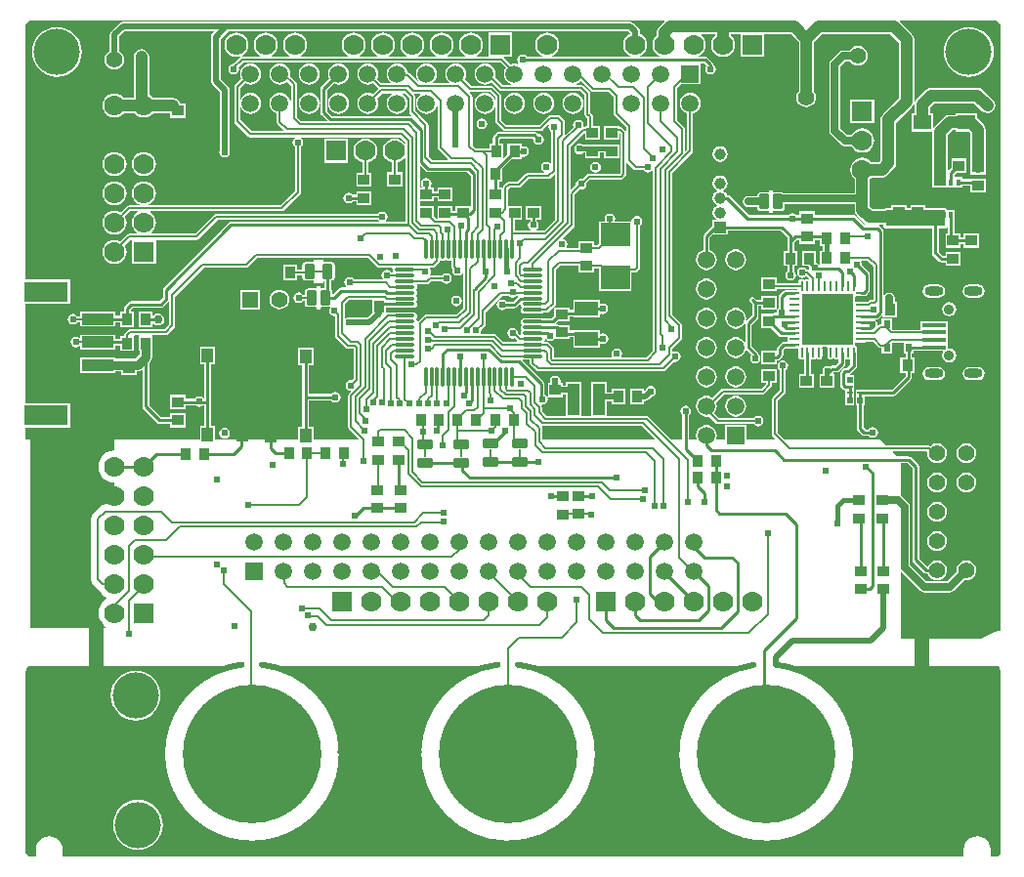
<source format=gtl>
G04 Layer_Physical_Order=1*
G04 Layer_Color=255*
%FSLAX25Y25*%
%MOIN*%
G70*
G01*
G75*
%ADD10C,0.01969*%
%ADD11R,0.03937X0.04724*%
%ADD12R,0.14961X0.07087*%
%ADD13R,0.10630X0.03937*%
%ADD14R,0.03937X0.10630*%
G04:AMPARAMS|DCode=15|XSize=51.18mil|YSize=35.43mil|CornerRadius=3.54mil|HoleSize=0mil|Usage=FLASHONLY|Rotation=90.000|XOffset=0mil|YOffset=0mil|HoleType=Round|Shape=RoundedRectangle|*
%AMROUNDEDRECTD15*
21,1,0.05118,0.02835,0,0,90.0*
21,1,0.04409,0.03543,0,0,90.0*
1,1,0.00709,0.01417,0.02205*
1,1,0.00709,0.01417,-0.02205*
1,1,0.00709,-0.01417,-0.02205*
1,1,0.00709,-0.01417,0.02205*
%
%ADD15ROUNDEDRECTD15*%
%ADD16R,0.03543X0.03937*%
%ADD17R,0.07874X0.04724*%
%ADD18R,0.09370X0.06457*%
%ADD19R,0.01181X0.02362*%
%ADD20O,0.03543X0.00984*%
%ADD21R,0.17716X0.17716*%
%ADD22O,0.00984X0.03543*%
%ADD23R,0.01969X0.02067*%
%ADD24R,0.01969X0.00984*%
%ADD25R,0.03858X0.03661*%
%ADD26R,0.05906X0.05118*%
%ADD27R,0.09843X0.07874*%
%ADD28O,0.07087X0.01181*%
%ADD29O,0.01181X0.07087*%
%ADD30O,0.07087X0.01181*%
%ADD31R,0.03937X0.03543*%
%ADD32R,0.02362X0.02756*%
%ADD33R,0.03937X0.02756*%
%ADD34R,0.08268X0.01181*%
%ADD35R,0.08268X0.01181*%
%ADD36C,0.47244*%
%ADD37R,0.03543X0.03937*%
G04:AMPARAMS|DCode=38|XSize=51.18mil|YSize=35.43mil|CornerRadius=3.54mil|HoleSize=0mil|Usage=FLASHONLY|Rotation=0.000|XOffset=0mil|YOffset=0mil|HoleType=Round|Shape=RoundedRectangle|*
%AMROUNDEDRECTD38*
21,1,0.05118,0.02835,0,0,0.0*
21,1,0.04409,0.03543,0,0,0.0*
1,1,0.00709,0.02205,-0.01417*
1,1,0.00709,-0.02205,-0.01417*
1,1,0.00709,-0.02205,0.01417*
1,1,0.00709,0.02205,0.01417*
%
%ADD38ROUNDEDRECTD38*%
G04:AMPARAMS|DCode=39|XSize=51.18mil|YSize=35.43mil|CornerRadius=3.54mil|HoleSize=0mil|Usage=FLASHONLY|Rotation=180.000|XOffset=0mil|YOffset=0mil|HoleType=Round|Shape=RoundedRectangle|*
%AMROUNDEDRECTD39*
21,1,0.05118,0.02835,0,0,180.0*
21,1,0.04409,0.03543,0,0,180.0*
1,1,0.00709,-0.02205,0.01417*
1,1,0.00709,0.02205,0.01417*
1,1,0.00709,0.02205,-0.01417*
1,1,0.00709,-0.02205,-0.01417*
%
%ADD39ROUNDEDRECTD39*%
%ADD40C,0.00800*%
%ADD41C,0.04000*%
%ADD42C,0.02000*%
%ADD43C,0.01000*%
%ADD44C,0.02500*%
%ADD45C,0.01500*%
%ADD46C,0.03000*%
%ADD47C,0.05000*%
%ADD48C,0.00500*%
%ADD49R,0.02953X0.00787*%
%ADD50R,0.20500X0.05500*%
%ADD51R,0.00787X0.02953*%
%ADD52C,0.05512*%
%ADD53C,0.05512*%
%ADD54R,0.05512X0.05512*%
%ADD55R,0.05906X0.05906*%
%ADD56C,0.05906*%
%ADD57R,0.07000X0.07000*%
%ADD58C,0.07000*%
%ADD59R,0.07000X0.07000*%
%ADD60C,0.03937*%
%ADD61R,0.03937X0.03937*%
%ADD62O,0.06299X0.03150*%
%ADD63C,0.03543*%
%ADD64R,0.05906X0.05906*%
%ADD65C,0.15748*%
%ADD66C,0.01969*%
%ADD67C,0.02400*%
%ADD68C,0.02362*%
%ADD69C,0.04000*%
%ADD70C,0.03000*%
G36*
X208679Y235479D02*
X209010Y235258D01*
X209400Y235180D01*
X211916D01*
X212102Y234902D01*
X212698Y234504D01*
X213400Y234365D01*
X214102Y234504D01*
X214681Y234891D01*
X214857Y234854D01*
X214980Y234817D01*
Y173622D01*
X212778Y171420D01*
X204394D01*
X204252Y171684D01*
X204396Y171898D01*
X204535Y172600D01*
X204396Y173302D01*
X203998Y173898D01*
X203402Y174296D01*
X202700Y174435D01*
X201998Y174296D01*
X201402Y173898D01*
X201004Y173302D01*
X200865Y172600D01*
X201004Y171898D01*
X201148Y171684D01*
X201007Y171420D01*
X181320D01*
Y174400D01*
X181242Y174790D01*
X181021Y175121D01*
X179708Y176434D01*
X179377Y176655D01*
X178987Y176733D01*
X178261D01*
X178101Y177032D01*
X178225Y177217D01*
X178280Y177496D01*
X178598Y177559D01*
X178702Y177402D01*
X179298Y177004D01*
X180000Y176865D01*
X180702Y177004D01*
X181298Y177402D01*
X181442Y177618D01*
X186568D01*
Y178278D01*
X187963D01*
Y174760D01*
X197037D01*
Y175871D01*
X197284Y176024D01*
X197336Y176023D01*
X198022Y175887D01*
X198724Y176026D01*
X199320Y176424D01*
X199718Y177020D01*
X199857Y177722D01*
X199718Y178424D01*
X199320Y179020D01*
X198724Y179418D01*
X198022Y179557D01*
X197336Y179421D01*
X197284Y179420D01*
X197037Y179573D01*
Y180684D01*
X187963D01*
Y180522D01*
X186568D01*
Y182361D01*
X183214D01*
X183164Y182412D01*
X182800Y182655D01*
X182371Y182740D01*
X182371Y182740D01*
X182150D01*
X182026Y183040D01*
X182505Y183519D01*
X186568D01*
Y185278D01*
X187963D01*
Y184996D01*
X197037D01*
Y186065D01*
X197336Y186243D01*
X197942Y186123D01*
X198644Y186263D01*
X199240Y186661D01*
X199637Y187256D01*
X199777Y187958D01*
X199637Y188661D01*
X199240Y189256D01*
X198644Y189654D01*
X197942Y189794D01*
X197336Y189673D01*
X197037Y189851D01*
Y190920D01*
X187963D01*
Y187522D01*
X186568D01*
Y188262D01*
X181431D01*
Y185618D01*
X180523Y184709D01*
X177567D01*
X177103Y184801D01*
X171198D01*
X170733Y184709D01*
X170339Y184446D01*
X170076Y184052D01*
X169984Y183587D01*
X170076Y183123D01*
X170289Y182804D01*
X170320Y182603D01*
X170289Y182403D01*
X170076Y182083D01*
X169984Y181619D01*
X170076Y181154D01*
X170339Y180761D01*
Y180509D01*
X170076Y180115D01*
X169984Y179650D01*
X170073Y179203D01*
X170074Y179181D01*
X169922Y178878D01*
X169784Y178858D01*
X169034Y179608D01*
X168896Y180302D01*
X168498Y180898D01*
X167902Y181296D01*
X167200Y181435D01*
X166498Y181296D01*
X165902Y180898D01*
X165504Y180302D01*
X165365Y179600D01*
X165504Y178898D01*
X165902Y178302D01*
X166498Y177904D01*
X167200Y177765D01*
X167862Y177896D01*
X168726Y177032D01*
X168631Y176751D01*
X168617Y176733D01*
X164109D01*
X161721Y179121D01*
X161390Y179342D01*
X161000Y179420D01*
X156427D01*
X156286Y179683D01*
X156496Y179998D01*
X156635Y180700D01*
X156570Y181028D01*
X157637Y182095D01*
X157858Y182426D01*
X157935Y182816D01*
Y186823D01*
X163522Y192410D01*
X165830D01*
X165902Y192302D01*
X166498Y191904D01*
X167200Y191765D01*
X167902Y191904D01*
X168498Y192302D01*
X168570Y192410D01*
X168959D01*
X169083Y192111D01*
X167294Y190322D01*
X165015D01*
X164898Y190498D01*
X164302Y190896D01*
X163600Y191035D01*
X162898Y190896D01*
X162302Y190498D01*
X161904Y189902D01*
X161765Y189200D01*
X161904Y188498D01*
X162302Y187902D01*
X162898Y187504D01*
X163600Y187365D01*
X164302Y187504D01*
X164898Y187902D01*
X165015Y188078D01*
X167758D01*
X167758Y188078D01*
X168187Y188164D01*
X168551Y188407D01*
X169718Y189574D01*
X169996Y189429D01*
X170076Y189028D01*
X170339Y188635D01*
Y188383D01*
X170076Y187989D01*
X169984Y187524D01*
X170076Y187060D01*
X170339Y186666D01*
X170733Y186403D01*
X171198Y186311D01*
X177103D01*
X177568Y186403D01*
X177720Y186505D01*
X178624D01*
X179015Y186582D01*
X179345Y186803D01*
X181621Y189079D01*
X181842Y189410D01*
X181920Y189800D01*
Y201178D01*
X183322Y202580D01*
X189732D01*
Y200218D01*
X194869D01*
Y201570D01*
X196779D01*
Y194120D01*
X207821D01*
Y200180D01*
X208900D01*
X209290Y200258D01*
X209621Y200479D01*
X210321Y201179D01*
X210542Y201510D01*
X210620Y201900D01*
Y216316D01*
X210898Y216502D01*
X211296Y217098D01*
X211435Y217800D01*
X211296Y218502D01*
X210898Y219098D01*
X210302Y219496D01*
X209600Y219635D01*
X208898Y219496D01*
X208302Y219098D01*
X207904Y218502D01*
X207765Y217800D01*
X207732Y217761D01*
X202336D01*
X202128Y218060D01*
X202235Y218600D01*
X202096Y219302D01*
X201698Y219898D01*
X201102Y220296D01*
X200400Y220435D01*
X199698Y220296D01*
X199102Y219898D01*
X198704Y219302D01*
X198565Y218600D01*
X198672Y218060D01*
X198464Y217761D01*
X196779D01*
Y210221D01*
X196168Y209610D01*
X194869D01*
Y210962D01*
X189732D01*
Y208720D01*
X185727D01*
X185586Y208983D01*
X185796Y209298D01*
X185935Y210000D01*
X185796Y210702D01*
X185398Y211298D01*
X184802Y211696D01*
X184476Y211760D01*
X184389Y212047D01*
X188121Y215779D01*
X188342Y216110D01*
X188420Y216500D01*
Y226878D01*
X190272Y228730D01*
X190600Y228665D01*
X191302Y228804D01*
X191898Y229202D01*
X192296Y229798D01*
X192435Y230500D01*
X192370Y230828D01*
X193622Y232080D01*
X204200D01*
X204590Y232158D01*
X204921Y232379D01*
X205821Y233279D01*
X206042Y233610D01*
X206120Y234000D01*
Y237615D01*
X206419Y237739D01*
X208679Y235479D01*
D02*
G37*
G36*
X137607Y234907D02*
X137607Y234907D01*
X137971Y234664D01*
X138400Y234578D01*
X151735D01*
X152878Y233435D01*
Y223062D01*
X147831D01*
Y221406D01*
X146669D01*
Y223062D01*
X141532D01*
Y218720D01*
X141213D01*
X140368Y219564D01*
Y223062D01*
X135520D01*
Y224618D01*
X140368D01*
Y225868D01*
X141532D01*
Y224618D01*
X146669D01*
Y229361D01*
X141532D01*
Y228111D01*
X140368D01*
Y229361D01*
X139430D01*
X139270Y229661D01*
X139496Y229998D01*
X139635Y230700D01*
X139496Y231402D01*
X139098Y231998D01*
X138502Y232396D01*
X137800Y232535D01*
X137098Y232396D01*
X136502Y231998D01*
X136104Y231402D01*
X135965Y230700D01*
X136104Y229998D01*
X136330Y229661D01*
X136170Y229361D01*
X135520D01*
Y236603D01*
X135796Y236718D01*
X137607Y234907D01*
D02*
G37*
G36*
X181680Y233548D02*
Y218382D01*
X177918Y214620D01*
X175264D01*
X175173Y214919D01*
X175598Y215202D01*
X175996Y215798D01*
X176135Y216500D01*
X175996Y217202D01*
X175598Y217798D01*
X175422Y217915D01*
Y218319D01*
X176868D01*
Y223062D01*
X171731D01*
Y218319D01*
X173178D01*
Y217915D01*
X173002Y217798D01*
X172604Y217202D01*
X172465Y216500D01*
X172604Y215798D01*
X173002Y215202D01*
X173426Y214919D01*
X173336Y214620D01*
X168083D01*
Y218319D01*
X170468D01*
Y223062D01*
X165820D01*
Y228778D01*
X166322Y229280D01*
X169300D01*
X169690Y229358D01*
X170021Y229579D01*
X172622Y232180D01*
X179500D01*
X179890Y232258D01*
X180221Y232479D01*
X181404Y233662D01*
X181680Y233548D01*
D02*
G37*
G36*
X193879Y262279D02*
X194210Y262058D01*
X194600Y261980D01*
X199978D01*
X201580Y260378D01*
Y254600D01*
X201658Y254210D01*
X201879Y253879D01*
X205980Y249778D01*
Y248885D01*
X205681Y248761D01*
X204831Y249611D01*
X204501Y249832D01*
X204110Y249909D01*
X203569D01*
Y250361D01*
X198432D01*
Y245618D01*
X203569D01*
Y247566D01*
X203868Y247690D01*
X204080Y247478D01*
Y234422D01*
X203778Y234120D01*
X195801D01*
X195772Y234419D01*
X196202Y234504D01*
X196798Y234902D01*
X197196Y235498D01*
X197335Y236200D01*
X197196Y236902D01*
X196798Y237498D01*
X196202Y237896D01*
X195500Y238035D01*
X194798Y237896D01*
X194202Y237498D01*
X193804Y236902D01*
X193665Y236200D01*
X193804Y235498D01*
X194202Y234902D01*
X194798Y234504D01*
X195228Y234419D01*
X195199Y234120D01*
X193200D01*
X192810Y234042D01*
X192479Y233821D01*
X190928Y232270D01*
X190600Y232335D01*
X189898Y232196D01*
X189302Y231798D01*
X188904Y231202D01*
X188765Y230500D01*
X188830Y230172D01*
X187296Y228638D01*
X187020Y228752D01*
Y243178D01*
X191632Y247790D01*
X191931Y247678D01*
Y245618D01*
X197069D01*
Y250361D01*
X194720D01*
Y253500D01*
X194642Y253890D01*
X194421Y254221D01*
X193820Y254822D01*
Y261300D01*
X193742Y261690D01*
X193521Y262021D01*
X191421Y264121D01*
X191090Y264342D01*
X190700Y264420D01*
X189067D01*
X189007Y264719D01*
X189608Y264967D01*
X190350Y265537D01*
X190604Y265554D01*
X193879Y262279D01*
D02*
G37*
G36*
X130580Y244778D02*
Y244408D01*
X130297Y244312D01*
X129924Y244798D01*
X129068Y245455D01*
X128070Y245868D01*
X127000Y246009D01*
X125930Y245868D01*
X124932Y245455D01*
X124076Y244798D01*
X123419Y243942D01*
X123005Y242944D01*
X122865Y241874D01*
X123005Y240804D01*
X123419Y239806D01*
X124076Y238950D01*
X124932Y238293D01*
X125930Y237880D01*
X125980Y237873D01*
Y234521D01*
X124432D01*
Y229778D01*
X129569D01*
Y234521D01*
X128020D01*
Y237873D01*
X128070Y237880D01*
X129068Y238293D01*
X129924Y238950D01*
X130297Y239436D01*
X130580Y239340D01*
Y217621D01*
X124043D01*
X123956Y217908D01*
X124098Y218002D01*
X124496Y218598D01*
X124635Y219300D01*
X124496Y220002D01*
X124098Y220598D01*
X123502Y220996D01*
X122800Y221135D01*
X122098Y220996D01*
X121502Y220598D01*
X121316Y220320D01*
X66100D01*
X65710Y220242D01*
X65379Y220021D01*
X58878Y213520D01*
X43666D01*
X43565Y213819D01*
X44341Y214414D01*
X44999Y215271D01*
X45412Y216268D01*
X45553Y217339D01*
X45412Y218409D01*
X44999Y219406D01*
X44341Y220263D01*
X43536Y220881D01*
X43581Y221180D01*
X88500D01*
X88890Y221258D01*
X89221Y221479D01*
X94721Y226979D01*
X94942Y227310D01*
X95020Y227700D01*
Y243216D01*
X95298Y243402D01*
X95696Y243998D01*
X95835Y244700D01*
X95696Y245402D01*
X95298Y245998D01*
X95023Y246181D01*
X95114Y246480D01*
X128878D01*
X130580Y244778D01*
D02*
G37*
G36*
X135773Y260981D02*
X135282Y260605D01*
X134712Y259862D01*
X134354Y258998D01*
X134232Y258071D01*
X134354Y257143D01*
X134712Y256279D01*
X135282Y255537D01*
X136024Y254967D01*
X136888Y254609D01*
X137816Y254487D01*
X138743Y254609D01*
X139608Y254967D01*
X140350Y255537D01*
X140919Y256279D01*
X141277Y257143D01*
X141281Y257175D01*
X141580Y257155D01*
Y243000D01*
X141658Y242610D01*
X141879Y242279D01*
X145162Y238996D01*
X145048Y238720D01*
X139822D01*
X138520Y240022D01*
Y250600D01*
X138442Y250990D01*
X138221Y251321D01*
X133920Y255622D01*
Y260300D01*
X133842Y260690D01*
X133648Y260981D01*
X133688Y261127D01*
X133785Y261280D01*
X135671D01*
X135773Y260981D01*
D02*
G37*
G36*
X144946Y204316D02*
X145410Y204224D01*
X145875Y204316D01*
X146060Y204440D01*
X146359Y204280D01*
Y202221D01*
X146437Y201831D01*
X146658Y201500D01*
X146730Y201428D01*
X146665Y201100D01*
X146804Y200398D01*
X147202Y199802D01*
X147798Y199404D01*
X148500Y199265D01*
X149202Y199404D01*
X149798Y199802D01*
X149997Y200100D01*
X150296Y200010D01*
Y188238D01*
X148078Y186020D01*
X137800D01*
X137410Y185942D01*
X137079Y185721D01*
X134979Y183621D01*
X134906Y183512D01*
X134682Y183570D01*
X134612Y183610D01*
X134524Y184052D01*
X134261Y184446D01*
Y184697D01*
X134524Y185091D01*
X134616Y185556D01*
X134524Y186020D01*
X134261Y186414D01*
X133867Y186677D01*
X133402Y186770D01*
X127497D01*
X127032Y186677D01*
X126880Y186575D01*
X124656D01*
X124320Y186509D01*
X124021Y186667D01*
Y188371D01*
X127033D01*
X127497Y188279D01*
X133402D01*
X133867Y188371D01*
X134261Y188635D01*
X134524Y189028D01*
X134616Y189493D01*
X134524Y189957D01*
X134311Y190277D01*
X134280Y190477D01*
X134311Y190678D01*
X134524Y190997D01*
X134616Y191461D01*
X134524Y191926D01*
X134311Y192245D01*
X134280Y192446D01*
X134311Y192646D01*
X134524Y192965D01*
X134616Y193430D01*
X134524Y193894D01*
X134261Y194288D01*
Y194540D01*
X134524Y194934D01*
X134616Y195398D01*
X134524Y195863D01*
X134400Y196048D01*
X134560Y196347D01*
X138067D01*
X138457Y196425D01*
X138788Y196646D01*
X139422Y197280D01*
X143116D01*
X143302Y197002D01*
X143898Y196604D01*
X144600Y196465D01*
X145302Y196604D01*
X145898Y197002D01*
X146296Y197598D01*
X146435Y198300D01*
X146296Y199002D01*
X145898Y199598D01*
X145302Y199996D01*
X144600Y200135D01*
X143898Y199996D01*
X143302Y199598D01*
X143116Y199320D01*
X139169D01*
X139009Y199619D01*
X139196Y199898D01*
X139335Y200600D01*
X139196Y201302D01*
X138986Y201617D01*
X139127Y201880D01*
X140000D01*
X140390Y201958D01*
X140721Y202179D01*
X142194Y203652D01*
X142415Y203983D01*
X142476Y204291D01*
X142676Y204414D01*
X142792Y204440D01*
X142977Y204316D01*
X143442Y204224D01*
X143906Y204316D01*
X144300Y204579D01*
X144552D01*
X144946Y204316D01*
D02*
G37*
G36*
X185401Y151320D02*
X178922D01*
X177220Y153022D01*
Y154400D01*
X177142Y154790D01*
X177049Y154929D01*
X177229Y155199D01*
X177400Y155165D01*
X178102Y155304D01*
X178698Y155702D01*
X179096Y156298D01*
X179235Y157000D01*
X179123Y157564D01*
X179348Y157815D01*
X179354Y157818D01*
X184369D01*
Y158558D01*
X185401D01*
Y151320D01*
D02*
G37*
G36*
X177500Y147880D02*
X211378D01*
X215794Y143464D01*
X215680Y143188D01*
X177326D01*
Y147194D01*
X177248Y147584D01*
X177216Y147632D01*
X177396Y147901D01*
X177500Y147880D01*
D02*
G37*
G36*
X333005Y66087D02*
X333352Y65249D01*
X333406Y64837D01*
X333455Y64844D01*
X333509Y64571D01*
X333524Y64549D01*
Y2110D01*
X332535Y1122D01*
X330453D01*
X330256Y1347D01*
X330276Y1500D01*
Y3400D01*
X330120Y4584D01*
X329663Y5688D01*
X328936Y6636D01*
X327988Y7363D01*
X326884Y7820D01*
X325700Y7976D01*
X324516Y7820D01*
X323412Y7363D01*
X322464Y6636D01*
X321737Y5688D01*
X321280Y4584D01*
X321124Y3400D01*
Y1500D01*
X321144Y1347D01*
X320947Y1122D01*
X13801D01*
X13603Y1347D01*
X13676Y1900D01*
Y3300D01*
X13520Y4484D01*
X13063Y5588D01*
X12336Y6536D01*
X11388Y7263D01*
X10284Y7720D01*
X9100Y7876D01*
X7916Y7720D01*
X6812Y7263D01*
X5864Y6536D01*
X5137Y5588D01*
X4680Y4484D01*
X4524Y3300D01*
Y1900D01*
X4597Y1347D01*
X4399Y1122D01*
X2465D01*
X1122Y2465D01*
Y63360D01*
X1139Y63363D01*
X1122Y63498D01*
Y64202D01*
X1194Y64749D01*
X1541Y65587D01*
X1934Y66100D01*
X69007D01*
X69049Y65804D01*
X67908Y65475D01*
X64680Y64138D01*
X61621Y62448D01*
X58772Y60426D01*
X56166Y58097D01*
X53838Y55492D01*
X51815Y52642D01*
X50125Y49583D01*
X48788Y46355D01*
X47820Y42997D01*
X47235Y39552D01*
X47039Y36063D01*
X47235Y32574D01*
X47820Y29129D01*
X48788Y25771D01*
X50125Y22543D01*
X51815Y19484D01*
X53838Y16635D01*
X56166Y14029D01*
X58772Y11700D01*
X61621Y9678D01*
X64680Y7988D01*
X67908Y6651D01*
X71266Y5683D01*
X74711Y5098D01*
X78200Y4902D01*
X81689Y5098D01*
X85134Y5683D01*
X88492Y6651D01*
X91720Y7988D01*
X94779Y9678D01*
X97628Y11700D01*
X100234Y14029D01*
X102562Y16635D01*
X104585Y19484D01*
X106275Y22543D01*
X107612Y25771D01*
X108580Y29129D01*
X109165Y32574D01*
X109361Y36063D01*
X109165Y39552D01*
X108580Y42997D01*
X107612Y46355D01*
X106275Y49583D01*
X104585Y52642D01*
X102562Y55492D01*
X100234Y58097D01*
X97628Y60426D01*
X94779Y62448D01*
X91720Y64138D01*
X88492Y65475D01*
X87351Y65804D01*
X87393Y66100D01*
X156361D01*
X156403Y65804D01*
X155263Y65475D01*
X152034Y64138D01*
X148976Y62448D01*
X146126Y60426D01*
X143520Y58097D01*
X141192Y55492D01*
X139170Y52642D01*
X137479Y49583D01*
X136142Y46355D01*
X135175Y42997D01*
X134589Y39552D01*
X134394Y36063D01*
X134589Y32574D01*
X135175Y29129D01*
X136142Y25771D01*
X137479Y22543D01*
X139170Y19484D01*
X141192Y16635D01*
X143520Y14029D01*
X146126Y11700D01*
X148976Y9678D01*
X152034Y7988D01*
X155263Y6651D01*
X158620Y5683D01*
X162065Y5098D01*
X165554Y4902D01*
X169043Y5098D01*
X172488Y5683D01*
X175846Y6651D01*
X179075Y7988D01*
X182133Y9678D01*
X184983Y11700D01*
X187588Y14029D01*
X189917Y16635D01*
X191939Y19484D01*
X193629Y22543D01*
X194966Y25771D01*
X195934Y29129D01*
X196519Y32574D01*
X196715Y36063D01*
X196519Y39552D01*
X195934Y42997D01*
X194966Y46355D01*
X193629Y49583D01*
X191939Y52642D01*
X189917Y55492D01*
X187588Y58097D01*
X184983Y60426D01*
X182133Y62448D01*
X179075Y64138D01*
X175846Y65475D01*
X174706Y65804D01*
X174748Y66100D01*
X244270D01*
X244312Y65804D01*
X243409Y65544D01*
X240181Y64206D01*
X237122Y62516D01*
X234272Y60494D01*
X231667Y58166D01*
X229338Y55560D01*
X227316Y52710D01*
X225626Y49652D01*
X224289Y46423D01*
X223321Y43065D01*
X222736Y39620D01*
X222540Y36132D01*
X222736Y32643D01*
X223321Y29198D01*
X224289Y25840D01*
X225626Y22611D01*
X227316Y19553D01*
X229338Y16703D01*
X231667Y14097D01*
X234272Y11769D01*
X237122Y9747D01*
X240181Y8057D01*
X243409Y6719D01*
X246767Y5752D01*
X250212Y5167D01*
X253701Y4971D01*
X257190Y5167D01*
X260635Y5752D01*
X263993Y6719D01*
X267221Y8057D01*
X270279Y9747D01*
X273129Y11769D01*
X275735Y14097D01*
X278063Y16703D01*
X280085Y19553D01*
X281776Y22611D01*
X283113Y25840D01*
X284080Y29198D01*
X284666Y32643D01*
X284862Y36132D01*
X284666Y39620D01*
X284080Y43065D01*
X283113Y46423D01*
X281776Y49652D01*
X280085Y52710D01*
X278063Y55560D01*
X275735Y58166D01*
X273129Y60494D01*
X270279Y62516D01*
X267221Y64206D01*
X263993Y65544D01*
X263090Y65804D01*
X263132Y66100D01*
X332995D01*
X333005Y66087D01*
D02*
G37*
G36*
X290180Y202478D02*
Y191022D01*
X290178Y191020D01*
X289389D01*
X288999Y190942D01*
X288668Y190721D01*
X288328Y190381D01*
X287738D01*
X287725Y190390D01*
X287298Y190475D01*
X284739D01*
X284457Y190419D01*
X284158Y190619D01*
Y192041D01*
X284457Y192241D01*
X284739Y192185D01*
X285979D01*
X286019Y192177D01*
X286848D01*
X286848Y192177D01*
X286889Y192185D01*
X287298D01*
X287725Y192270D01*
X288086Y192511D01*
X288327Y192872D01*
X288406Y193270D01*
X288643Y193507D01*
X288886Y193871D01*
X288972Y194300D01*
X288971Y194300D01*
Y199750D01*
X288886Y200179D01*
X288643Y200543D01*
X288643Y200543D01*
X286394Y202792D01*
X286435Y203000D01*
X286296Y203702D01*
X286086Y204016D01*
X286227Y204280D01*
X288378D01*
X290180Y202478D01*
D02*
G37*
G36*
X252132Y187619D02*
X257189D01*
X257298Y187510D01*
X257399Y187374D01*
X257265Y186700D01*
X257138Y186546D01*
X256335D01*
X256335Y186546D01*
X255905Y186460D01*
X255542Y186217D01*
X255486Y186161D01*
X252132D01*
Y181418D01*
X255396D01*
X258088Y178726D01*
X258088Y178726D01*
X258452Y178483D01*
X258881Y178397D01*
X258881Y178397D01*
X260994D01*
X261154Y178098D01*
X261073Y177977D01*
X260988Y177550D01*
X261073Y177124D01*
X261154Y177003D01*
X260994Y176703D01*
X259682D01*
X259682Y176703D01*
X259253Y176618D01*
X258889Y176375D01*
X257607Y175093D01*
X257364Y174729D01*
X257278Y174300D01*
X257278Y174300D01*
Y173957D01*
X257269Y173661D01*
X252132D01*
Y171101D01*
X251832Y171072D01*
X251705Y171712D01*
X251307Y172307D01*
X251131Y172425D01*
Y172491D01*
X251131Y172491D01*
X251046Y172920D01*
X250802Y173284D01*
X250802Y173284D01*
X248821Y175265D01*
Y182426D01*
X250802Y184407D01*
X250802Y184407D01*
X251046Y184771D01*
X251131Y185200D01*
X251131Y185200D01*
Y188869D01*
X252132D01*
Y187619D01*
D02*
G37*
G36*
X119278Y191068D02*
Y186385D01*
X117824Y184931D01*
X112298D01*
X112202Y184996D01*
X111500Y185135D01*
X110798Y184996D01*
X110319Y184676D01*
X110020Y184822D01*
Y189678D01*
X111422Y191080D01*
X118984D01*
X119278Y191068D01*
D02*
G37*
G36*
X333524Y284835D02*
Y78136D01*
X332954Y78109D01*
X331815Y77747D01*
X327004Y75488D01*
X299638D01*
Y98004D01*
X299914Y98118D01*
X306366Y91666D01*
X306978Y91257D01*
X307700Y91114D01*
X316260D01*
X316982Y91257D01*
X317594Y91666D01*
X321366Y95439D01*
X322000Y95355D01*
X322876Y95471D01*
X323692Y95809D01*
X324393Y96347D01*
X324931Y97048D01*
X325270Y97864D01*
X325385Y98740D01*
X325270Y99616D01*
X324931Y100433D01*
X324393Y101134D01*
X323692Y101672D01*
X322876Y102010D01*
X322000Y102125D01*
X321124Y102010D01*
X320308Y101672D01*
X319606Y101134D01*
X319069Y100433D01*
X318730Y99616D01*
X318615Y98740D01*
X318699Y98106D01*
X315479Y94886D01*
X308481D01*
X302786Y100581D01*
Y120400D01*
X302643Y121122D01*
X302234Y121734D01*
X300110Y123857D01*
X299638Y124173D01*
Y135278D01*
X301935D01*
X303678Y133535D01*
Y102200D01*
X303678Y102200D01*
X303764Y101771D01*
X304007Y101407D01*
X307467Y97947D01*
X307831Y97704D01*
X308260Y97619D01*
X308260Y97619D01*
X308832D01*
X309069Y97048D01*
X309607Y96347D01*
X310308Y95809D01*
X311124Y95471D01*
X312000Y95355D01*
X312876Y95471D01*
X313692Y95809D01*
X314393Y96347D01*
X314931Y97048D01*
X315269Y97864D01*
X315385Y98740D01*
X315269Y99616D01*
X314931Y100433D01*
X314393Y101134D01*
X313692Y101672D01*
X312876Y102010D01*
X312000Y102125D01*
X311124Y102010D01*
X310308Y101672D01*
X309607Y101134D01*
X309069Y100433D01*
X308925Y100085D01*
X308572Y100014D01*
X305922Y102665D01*
Y134000D01*
X305836Y134429D01*
X305593Y134793D01*
X305593Y134793D01*
X303193Y137193D01*
X302829Y137436D01*
X302400Y137522D01*
X302400Y137522D01*
X298304D01*
X296944Y138881D01*
X297068Y139180D01*
X308446D01*
X308644Y138955D01*
X308615Y138740D01*
X308731Y137864D01*
X309069Y137048D01*
X309607Y136347D01*
X310308Y135809D01*
X311124Y135471D01*
X312000Y135355D01*
X312876Y135471D01*
X313692Y135809D01*
X314393Y136347D01*
X314931Y137048D01*
X315269Y137864D01*
X315385Y138740D01*
X315269Y139616D01*
X314931Y140433D01*
X314393Y141134D01*
X313692Y141672D01*
X312876Y142010D01*
X312000Y142125D01*
X311124Y142010D01*
X310308Y141672D01*
X309632Y141154D01*
X309300Y141220D01*
X294606D01*
X292638Y143188D01*
X260054D01*
X257620Y145622D01*
Y156578D01*
X260121Y159079D01*
X260342Y159410D01*
X260420Y159800D01*
Y167016D01*
X260698Y167202D01*
X261096Y167798D01*
X261235Y168500D01*
X261096Y169202D01*
X260698Y169798D01*
X260102Y170196D01*
X259400Y170335D01*
X258698Y170196D01*
X258102Y169798D01*
X257704Y169202D01*
X257565Y168500D01*
X257704Y167798D01*
X258102Y167202D01*
X258380Y167016D01*
Y160222D01*
X255879Y157721D01*
X255658Y157390D01*
X255580Y157000D01*
Y145200D01*
X255658Y144810D01*
X255879Y144479D01*
X256894Y143464D01*
X256780Y143188D01*
X246853D01*
Y148253D01*
X239747D01*
Y143188D01*
X236788D01*
X236622Y143436D01*
X236761Y143773D01*
X236883Y144700D01*
X236761Y145627D01*
X236403Y146492D01*
X235834Y147234D01*
X235092Y147803D01*
X234227Y148161D01*
X233300Y148283D01*
X232373Y148161D01*
X231508Y147803D01*
X230766Y147234D01*
X230197Y146492D01*
X229839Y145627D01*
X229717Y144700D01*
X229839Y143773D01*
X229978Y143436D01*
X229812Y143188D01*
X227322D01*
Y151585D01*
X227498Y151702D01*
X227896Y152298D01*
X228035Y153000D01*
X227896Y153702D01*
X227498Y154298D01*
X226902Y154696D01*
X226200Y154835D01*
X225498Y154696D01*
X224902Y154298D01*
X224504Y153702D01*
X224365Y153000D01*
X224504Y152298D01*
X224902Y151702D01*
X225079Y151585D01*
Y143188D01*
X221454D01*
X213621Y151021D01*
X213290Y151242D01*
X212900Y151320D01*
X199199D01*
Y156219D01*
X200979D01*
Y155431D01*
X205722D01*
Y160568D01*
X200979D01*
Y159482D01*
X199199D01*
Y162955D01*
X194062D01*
Y151320D01*
X190538D01*
Y162955D01*
X185401D01*
Y161821D01*
X184369D01*
Y162561D01*
X183793D01*
X183548Y162861D01*
X183635Y163300D01*
X183496Y164002D01*
X183098Y164598D01*
X182502Y164996D01*
X181800Y165135D01*
X181098Y164996D01*
X180502Y164598D01*
X180104Y164002D01*
X179965Y163300D01*
X180052Y162861D01*
X179807Y162561D01*
X179232D01*
Y158037D01*
X178932Y157947D01*
X178698Y158298D01*
X178122Y158683D01*
Y162300D01*
X178036Y162729D01*
X177793Y163093D01*
X177793Y163093D01*
X170632Y170254D01*
X170683Y170626D01*
X170733Y170655D01*
X171198Y170563D01*
X173131D01*
Y169350D01*
X173208Y168959D01*
X173429Y168629D01*
X175179Y166879D01*
X175510Y166658D01*
X175900Y166580D01*
X218700D01*
X219090Y166658D01*
X219421Y166879D01*
X222372Y169830D01*
X222700Y169765D01*
X223402Y169904D01*
X223998Y170302D01*
X224396Y170898D01*
X224535Y171600D01*
X224396Y172302D01*
X223998Y172898D01*
X223402Y173296D01*
X222700Y173435D01*
X221998Y173296D01*
X221905Y173234D01*
X221641Y173375D01*
Y174299D01*
X224721Y177379D01*
X224942Y177710D01*
X225020Y178100D01*
Y182300D01*
X224942Y182690D01*
X224721Y183021D01*
X221720Y186022D01*
Y234318D01*
X228537Y241135D01*
X228758Y241466D01*
X228835Y241856D01*
Y254648D01*
X229608Y254967D01*
X230350Y255537D01*
X230919Y256279D01*
X231277Y257143D01*
X231399Y258071D01*
X231277Y258998D01*
X230919Y259862D01*
X230350Y260605D01*
X229608Y261174D01*
X228743Y261532D01*
X227816Y261654D01*
X226888Y261532D01*
X226024Y261174D01*
X225282Y260605D01*
X224712Y259862D01*
X224354Y258998D01*
X224232Y258071D01*
X224354Y257143D01*
X224712Y256279D01*
X225282Y255537D01*
X226024Y254967D01*
X226796Y254648D01*
Y242278D01*
X226196Y241678D01*
X225920Y241793D01*
Y249400D01*
X225842Y249790D01*
X225621Y250121D01*
X223320Y252422D01*
Y263078D01*
X224760Y264518D01*
X231368D01*
Y271624D01*
X231604Y271778D01*
X232535D01*
X233368Y270946D01*
X233004Y270402D01*
X232865Y269700D01*
X233004Y268998D01*
X233402Y268402D01*
X233998Y268004D01*
X234700Y267865D01*
X235402Y268004D01*
X235998Y268402D01*
X236396Y268998D01*
X236535Y269700D01*
X236396Y270402D01*
X235998Y270998D01*
X235822Y271115D01*
Y271200D01*
X235736Y271629D01*
X235493Y271993D01*
X235493Y271993D01*
X233793Y273693D01*
X233429Y273936D01*
X233000Y274022D01*
X233000Y274022D01*
X230736D01*
X230676Y274321D01*
X231083Y274489D01*
X231940Y275147D01*
X232597Y276003D01*
X233010Y277000D01*
X233151Y278071D01*
X233010Y279141D01*
X232597Y280138D01*
X231940Y280995D01*
X231455Y281367D01*
X231551Y281651D01*
X236365D01*
Y281205D01*
X236092Y280995D01*
X235434Y280138D01*
X235021Y279141D01*
X234880Y278071D01*
X235021Y277000D01*
X235434Y276003D01*
X236092Y275147D01*
X236948Y274489D01*
X237945Y274076D01*
X239016Y273935D01*
X240086Y274076D01*
X241083Y274489D01*
X241940Y275147D01*
X242597Y276003D01*
X243010Y277000D01*
X243151Y278071D01*
X243010Y279141D01*
X242597Y280138D01*
X241940Y280995D01*
X241667Y281205D01*
Y281651D01*
X244916D01*
Y273971D01*
X253116D01*
Y281651D01*
X262100D01*
X264849Y278902D01*
Y262288D01*
X264469Y261792D01*
X264130Y260976D01*
X264015Y260100D01*
X264130Y259224D01*
X264469Y258408D01*
X265006Y257706D01*
X265708Y257169D01*
X266524Y256831D01*
X267400Y256715D01*
X268276Y256831D01*
X269092Y257169D01*
X269794Y257706D01*
X270331Y258408D01*
X270670Y259224D01*
X270785Y260100D01*
X270670Y260976D01*
X270331Y261792D01*
X270151Y262028D01*
Y278902D01*
X272900Y281651D01*
X296100D01*
X298949Y278802D01*
Y259698D01*
X293827Y254576D01*
X293526Y254375D01*
X292951Y253515D01*
X292749Y252500D01*
Y238698D01*
X292076Y238025D01*
X289634D01*
X289424Y238298D01*
X288568Y238955D01*
X287570Y239369D01*
X286500Y239509D01*
X285430Y239369D01*
X284432Y238955D01*
X283576Y238298D01*
X282919Y237442D01*
X282505Y236444D01*
X282365Y235374D01*
X282505Y234304D01*
X282919Y233306D01*
X283576Y232450D01*
X283849Y232240D01*
Y227486D01*
X259529D01*
X259353Y227604D01*
X258981Y227678D01*
X256147D01*
X256087Y227726D01*
Y228437D01*
X254513D01*
Y227726D01*
X254453Y227678D01*
X251619D01*
X251247Y227604D01*
X250931Y227393D01*
X250720Y227077D01*
X250646Y226705D01*
Y226386D01*
X247600D01*
X246878Y226243D01*
X246266Y225834D01*
X245857Y225222D01*
X245714Y224500D01*
X245857Y223778D01*
X246266Y223166D01*
X246878Y222757D01*
X247600Y222614D01*
X250646D01*
Y222295D01*
X250720Y221923D01*
X250931Y221607D01*
X251247Y221396D01*
X251619Y221322D01*
X254453D01*
X254513Y221274D01*
Y220563D01*
X256087D01*
Y221274D01*
X256147Y221322D01*
X258981D01*
X259353Y221396D01*
X259669Y221607D01*
X259880Y221923D01*
X259954Y222295D01*
Y223714D01*
X283849D01*
Y221600D01*
X284051Y220585D01*
X284626Y219725D01*
X287025Y217325D01*
X287781Y216821D01*
X287690Y216522D01*
X287265D01*
X284203Y219583D01*
X283840Y219826D01*
X283410Y219911D01*
X283410Y219911D01*
X270269D01*
Y221161D01*
X265131D01*
Y219911D01*
X264015D01*
X263898Y220087D01*
X263302Y220485D01*
X262600Y220625D01*
X261898Y220485D01*
X261302Y220087D01*
X261185Y219911D01*
X247815D01*
X241193Y226533D01*
X240829Y226776D01*
X240400Y226862D01*
X240400Y226862D01*
X240340D01*
X239852Y227592D01*
X239142Y228066D01*
Y228414D01*
X239852Y228888D01*
X240420Y229738D01*
X240619Y230740D01*
X240420Y231742D01*
X239852Y232592D01*
X239002Y233160D01*
X238000Y233359D01*
X236998Y233160D01*
X236148Y232592D01*
X235580Y231742D01*
X235381Y230740D01*
X235580Y229738D01*
X236148Y228888D01*
X236859Y228414D01*
Y228066D01*
X236148Y227592D01*
X235580Y226742D01*
X235381Y225740D01*
X235580Y224738D01*
X236148Y223888D01*
X236859Y223414D01*
Y223066D01*
X236148Y222592D01*
X235580Y221742D01*
X235381Y220740D01*
X235580Y219738D01*
X236148Y218888D01*
X236568Y218608D01*
X236477Y218309D01*
X235432D01*
Y216318D01*
X232507Y213393D01*
X232264Y213029D01*
X232178Y212600D01*
X232178Y212600D01*
Y208081D01*
X231508Y207803D01*
X230766Y207234D01*
X230197Y206492D01*
X229839Y205627D01*
X229717Y204700D01*
X229839Y203773D01*
X230197Y202908D01*
X230766Y202166D01*
X231508Y201597D01*
X232373Y201239D01*
X233300Y201117D01*
X234227Y201239D01*
X235092Y201597D01*
X235834Y202166D01*
X236403Y202908D01*
X236761Y203773D01*
X236883Y204700D01*
X236761Y205627D01*
X236403Y206492D01*
X235834Y207234D01*
X235092Y207803D01*
X234421Y208081D01*
Y212135D01*
X235458Y213172D01*
X240568D01*
Y214619D01*
X258695D01*
X260929Y212385D01*
Y210950D01*
X260929Y210950D01*
X260929Y210950D01*
Y207709D01*
X259679D01*
Y202572D01*
X260929D01*
Y200866D01*
X260753Y200748D01*
X260355Y200153D01*
X260215Y199450D01*
X260355Y198748D01*
X260753Y198153D01*
X261348Y197755D01*
X262050Y197615D01*
X262753Y197755D01*
X263348Y198153D01*
X263746Y198748D01*
X263886Y199450D01*
X263746Y200153D01*
X263348Y200748D01*
X263172Y200866D01*
Y202572D01*
X264422D01*
Y207709D01*
X263172D01*
Y210486D01*
X264055Y211369D01*
X265131D01*
Y210119D01*
X270269D01*
Y211369D01*
X271879D01*
Y209272D01*
X272874D01*
Y207809D01*
X271879D01*
Y203166D01*
X271580Y203075D01*
X271498Y203198D01*
X270902Y203596D01*
X270721Y203632D01*
Y207709D01*
X265978D01*
Y202572D01*
X268042D01*
X268423Y202191D01*
X268365Y201900D01*
X268468Y201378D01*
X268199Y201198D01*
X268134Y201242D01*
X267744Y201320D01*
X267584D01*
X267398Y201598D01*
X266802Y201996D01*
X266100Y202135D01*
X265398Y201996D01*
X264802Y201598D01*
X264404Y201002D01*
X264265Y200300D01*
X264404Y199598D01*
X264802Y199002D01*
X265398Y198604D01*
X266100Y198465D01*
X266802Y198604D01*
X267398Y199002D01*
X267581Y199020D01*
X268228Y198374D01*
X268080Y198098D01*
X267810Y198152D01*
X267384Y198067D01*
X267023Y197826D01*
X266976Y197755D01*
X266676D01*
X266629Y197826D01*
X266268Y198067D01*
X265842Y198152D01*
X265416Y198067D01*
X265054Y197826D01*
X264813Y197465D01*
X264728Y197039D01*
Y196779D01*
X257269D01*
Y198661D01*
X252132D01*
Y193918D01*
X257269D01*
Y194739D01*
X264429D01*
X264446Y194721D01*
X264444Y194654D01*
X264365Y194489D01*
X264261Y194412D01*
X263422D01*
X263381Y194420D01*
X260298D01*
X260298Y194420D01*
X259869Y194335D01*
X259505Y194091D01*
X258307Y192893D01*
X258064Y192529D01*
X257978Y192100D01*
X257979Y192100D01*
Y188115D01*
X257802Y187998D01*
X257568Y187647D01*
X257269Y187737D01*
Y192362D01*
X252132D01*
Y191112D01*
X250474D01*
X249793Y191793D01*
X249429Y192036D01*
X249000Y192122D01*
X248571Y192036D01*
X248207Y191793D01*
X247964Y191429D01*
X247878Y191000D01*
X247964Y190571D01*
X248207Y190207D01*
X248888Y189526D01*
Y185665D01*
X247073Y183850D01*
X246790Y183990D01*
X246883Y184700D01*
X246761Y185627D01*
X246403Y186492D01*
X245834Y187234D01*
X245092Y187803D01*
X244227Y188161D01*
X243300Y188283D01*
X242373Y188161D01*
X241508Y187803D01*
X240766Y187234D01*
X240197Y186492D01*
X239839Y185627D01*
X239717Y184700D01*
X239839Y183773D01*
X240197Y182908D01*
X240766Y182166D01*
X241508Y181597D01*
X242373Y181239D01*
X243300Y181117D01*
X244227Y181239D01*
X245092Y181597D01*
X245834Y182166D01*
X246279Y182747D01*
X246579Y182645D01*
Y176755D01*
X246279Y176653D01*
X245834Y177234D01*
X245092Y177803D01*
X244227Y178161D01*
X243300Y178283D01*
X242373Y178161D01*
X241508Y177803D01*
X240766Y177234D01*
X240197Y176492D01*
X239839Y175627D01*
X239717Y174700D01*
X239839Y173773D01*
X240197Y172908D01*
X240766Y172166D01*
X241508Y171597D01*
X242373Y171239D01*
X243300Y171117D01*
X244227Y171239D01*
X245092Y171597D01*
X245834Y172166D01*
X246403Y172908D01*
X246749Y173742D01*
X246863Y173795D01*
X247072Y173842D01*
X248670Y172244D01*
X248314Y171712D01*
X248174Y171010D01*
X248314Y170307D01*
X248712Y169712D01*
X249307Y169314D01*
X250009Y169174D01*
X250712Y169314D01*
X251307Y169712D01*
X251705Y170307D01*
X251832Y170947D01*
X252132Y170917D01*
Y168918D01*
X257269D01*
Y169983D01*
X257490Y170168D01*
X257919Y170254D01*
X258283Y170497D01*
X259193Y171407D01*
X259193Y171407D01*
X259436Y171771D01*
X259522Y172200D01*
X259522Y172200D01*
Y173835D01*
X260146Y174460D01*
X263381D01*
X263422Y174468D01*
X264437D01*
X264673Y174414D01*
X264728Y174177D01*
Y171842D01*
X264813Y171416D01*
X265054Y171054D01*
X265416Y170813D01*
X265842Y170728D01*
X266268Y170813D01*
X266389Y170894D01*
X266689Y170734D01*
Y165761D01*
X264932D01*
Y161018D01*
X270069D01*
Y165761D01*
X268932D01*
Y170734D01*
X269231Y170894D01*
X269353Y170813D01*
X269779Y170728D01*
X270205Y170813D01*
X270566Y171054D01*
X270613Y171125D01*
X270913D01*
X270960Y171054D01*
X271321Y170813D01*
X271747Y170728D01*
X272173Y170813D01*
X272535Y171054D01*
X272776Y171416D01*
X272861Y171842D01*
Y174401D01*
X272805Y174683D01*
X273005Y174982D01*
X274427D01*
X274627Y174683D01*
X274571Y174401D01*
Y171842D01*
X274656Y171416D01*
X274897Y171054D01*
X275258Y170813D01*
X275684Y170728D01*
X276110Y170813D01*
X276472Y171054D01*
X276519Y171125D01*
X276818D01*
X276865Y171054D01*
X277227Y170813D01*
X277653Y170728D01*
X278079Y170813D01*
X278201Y170894D01*
X278500Y170734D01*
Y169686D01*
X277335Y168522D01*
X276200D01*
X275771Y168436D01*
X275531Y168276D01*
X275502Y168296D01*
X274800Y168435D01*
X274098Y168296D01*
X273502Y167898D01*
X273104Y167302D01*
X272965Y166600D01*
X273072Y166061D01*
X272871Y165773D01*
X272850Y165761D01*
X271932D01*
Y161018D01*
X277068D01*
Y165761D01*
X276737D01*
X276552Y166026D01*
X276700Y166278D01*
X277800D01*
X277800Y166278D01*
X278229Y166364D01*
X278593Y166607D01*
X280414Y168428D01*
X280657Y168792D01*
X280743Y169221D01*
X280743Y169221D01*
Y170734D01*
X281042Y170894D01*
X281164Y170813D01*
X281590Y170728D01*
X282016Y170813D01*
X282137Y170894D01*
X282437Y170734D01*
Y168923D01*
X281335Y167822D01*
X280700D01*
X280700Y167822D01*
X280271Y167736D01*
X279907Y167493D01*
X279207Y166793D01*
X278964Y166429D01*
X278878Y166000D01*
X278878Y166000D01*
Y161900D01*
X278878Y161900D01*
X278964Y161471D01*
X279207Y161107D01*
X279883Y160431D01*
X279883Y160431D01*
X280246Y160188D01*
X280644Y160109D01*
Y155113D01*
X283813D01*
Y158164D01*
Y162101D01*
Y165368D01*
X282274D01*
X282229Y165664D01*
X282593Y165907D01*
X284351Y167665D01*
X284594Y168029D01*
X284680Y168458D01*
X284680Y168458D01*
Y173121D01*
X284672Y173162D01*
Y174401D01*
X284587Y174827D01*
X284346Y175188D01*
X284158Y175313D01*
Y176293D01*
X284457Y176493D01*
X284739Y176437D01*
X287298D01*
X287725Y176522D01*
X287967Y176684D01*
X290291D01*
X292187Y174787D01*
X292468Y174599D01*
X292800Y174533D01*
X293079D01*
Y172725D01*
X296641D01*
Y176315D01*
X296800Y176474D01*
X300559D01*
Y172725D01*
X301219D01*
Y171209D01*
X299478D01*
Y166072D01*
X301219D01*
Y165065D01*
X296532Y160377D01*
X285772D01*
X285624Y160348D01*
X284187D01*
Y158164D01*
Y155113D01*
X284650D01*
Y147028D01*
X284650Y147028D01*
X284735Y146599D01*
X284979Y146235D01*
X286307Y144907D01*
X286671Y144664D01*
X287100Y144578D01*
X287100Y144578D01*
X288685D01*
X288802Y144402D01*
X289398Y144004D01*
X290100Y143865D01*
X290802Y144004D01*
X291398Y144402D01*
X291796Y144998D01*
X291935Y145700D01*
X291796Y146402D01*
X291398Y146998D01*
X290802Y147396D01*
X290100Y147535D01*
X289398Y147396D01*
X288802Y146998D01*
X288685Y146822D01*
X287565D01*
X286893Y147493D01*
Y155113D01*
X287356D01*
Y158134D01*
X296996D01*
X296996Y158134D01*
X297425Y158220D01*
X297789Y158463D01*
X303133Y163807D01*
X303133Y163807D01*
X303376Y164171D01*
X303462Y164600D01*
X303462Y164600D01*
Y166072D01*
X304221D01*
Y171209D01*
X303462D01*
Y172725D01*
X304121D01*
Y173660D01*
X306274D01*
Y173591D01*
X314002D01*
X314143Y173328D01*
X313892Y172951D01*
X313708Y172026D01*
X313892Y171101D01*
X314416Y170316D01*
X315201Y169792D01*
X316126Y169608D01*
X317051Y169792D01*
X317836Y170316D01*
X318360Y171101D01*
X318544Y172026D01*
X318360Y172951D01*
X317836Y173736D01*
X317051Y174260D01*
X316126Y174444D01*
X315973Y174414D01*
X315742Y174603D01*
Y175972D01*
X315742D01*
Y176150D01*
X315742D01*
Y178531D01*
X315742D01*
Y178709D01*
X315742Y178709D01*
Y180969D01*
X315742Y181269D01*
X315742Y181390D01*
Y183650D01*
X306274D01*
Y181390D01*
X306274Y181269D01*
X306274Y181066D01*
X306059Y180767D01*
X296859D01*
X296641Y180985D01*
Y184555D01*
X293079D01*
Y182667D01*
X292800D01*
X292468Y182601D01*
X292187Y182413D01*
X291966Y182191D01*
X291702Y182333D01*
X291735Y182500D01*
X291596Y183202D01*
X291198Y183798D01*
X290890Y184004D01*
X290980Y184303D01*
X291324D01*
X291324Y184303D01*
X291754Y184388D01*
X292117Y184631D01*
X293202Y185716D01*
X293479Y185602D01*
Y185072D01*
X298222D01*
Y190209D01*
X297586D01*
Y191600D01*
X297443Y192322D01*
X297034Y192934D01*
X296422Y193343D01*
X295700Y193486D01*
X294978Y193343D01*
X294366Y192934D01*
X294121Y192566D01*
X293822Y192657D01*
Y214400D01*
X293736Y214829D01*
X293493Y215193D01*
X293493Y215193D01*
X292493Y216193D01*
X292408Y216250D01*
X292499Y216549D01*
X293751D01*
Y216100D01*
X293941Y215641D01*
X294400Y215451D01*
X310379D01*
Y206900D01*
X310378Y206900D01*
X310464Y206471D01*
X310707Y206107D01*
X312716Y204098D01*
X312716Y204098D01*
X313080Y203854D01*
X313509Y203769D01*
X313509Y203769D01*
X314932D01*
Y202519D01*
X320069D01*
Y207262D01*
X314932D01*
Y206012D01*
X313974D01*
X312621Y207365D01*
Y215451D01*
X314900D01*
X315359Y215641D01*
X315658Y215580D01*
Y213561D01*
X314932D01*
Y208818D01*
X320069D01*
Y210068D01*
X321131D01*
Y208818D01*
X326269D01*
Y213561D01*
X321131D01*
Y212311D01*
X320069D01*
Y213561D01*
X317901D01*
Y218247D01*
X317970D01*
Y221809D01*
X315787D01*
X315589Y221809D01*
X315376Y222018D01*
X315359Y222059D01*
X314900Y222249D01*
X308068D01*
Y223262D01*
X302931D01*
Y222249D01*
X301569D01*
Y223262D01*
X296431D01*
Y222249D01*
X294400D01*
X293941Y222059D01*
X293854Y221851D01*
X289998D01*
X289151Y222698D01*
Y232240D01*
X289424Y232450D01*
X289634Y232723D01*
X293174D01*
X294188Y232925D01*
X295048Y233500D01*
X297274Y235725D01*
X297849Y236585D01*
X298051Y237600D01*
Y251302D01*
X303474Y256726D01*
X304049Y257586D01*
X304070Y257688D01*
X304369Y257659D01*
Y254659D01*
X303467D01*
Y248341D01*
X310499D01*
Y232833D01*
X310471D01*
Y229271D01*
X312852D01*
X312852Y229271D01*
X313030D01*
Y229271D01*
X313151Y229271D01*
X315290D01*
X315411Y229271D01*
Y229271D01*
X315589D01*
X315589Y229271D01*
X317849D01*
X318148Y229271D01*
X318269Y229271D01*
X320529D01*
Y229930D01*
X323431D01*
Y227519D01*
X328569D01*
Y232262D01*
X323431D01*
Y232173D01*
X320529D01*
Y232833D01*
X318269D01*
X318148Y232833D01*
X317901Y232959D01*
Y233815D01*
X318505Y234419D01*
X322069D01*
Y239162D01*
X316932D01*
Y236018D01*
X316100Y235186D01*
X315801Y235310D01*
Y247252D01*
X317398Y248849D01*
X318428D01*
Y248341D01*
X323010D01*
X323349Y248002D01*
Y236190D01*
X323431Y235775D01*
Y233818D01*
X324869D01*
X324986Y233741D01*
X326000Y233539D01*
X327014Y233741D01*
X327131Y233818D01*
X328569D01*
Y235775D01*
X328651Y236190D01*
Y249100D01*
X328651Y249100D01*
X328449Y250114D01*
X327874Y250974D01*
X325533Y253316D01*
Y254659D01*
X318428D01*
Y254151D01*
X316300D01*
X315285Y253949D01*
X314425Y253375D01*
X314425Y253375D01*
X311275Y250224D01*
X310872Y249620D01*
X310572Y249711D01*
Y254659D01*
X309671D01*
Y256622D01*
X311198Y258149D01*
X324602D01*
X327326Y255426D01*
X328186Y254851D01*
X329200Y254649D01*
X330215Y254851D01*
X331075Y255426D01*
X331649Y256286D01*
X331851Y257300D01*
X331649Y258314D01*
X331075Y259174D01*
X327574Y262674D01*
X326714Y263249D01*
X325700Y263451D01*
X310100D01*
X309085Y263249D01*
X308225Y262674D01*
X305145Y259594D01*
X304571Y258734D01*
X304550Y258632D01*
X304251Y258661D01*
Y279900D01*
X304251Y279900D01*
X304049Y280914D01*
X303474Y281774D01*
X299268Y285981D01*
X299392Y286280D01*
X332080D01*
X333524Y284835D01*
D02*
G37*
G36*
X152800Y261980D02*
X159678D01*
X161380Y260278D01*
Y259531D01*
X161081Y259471D01*
X160919Y259862D01*
X160350Y260605D01*
X159608Y261174D01*
X158743Y261532D01*
X157816Y261654D01*
X156888Y261532D01*
X156024Y261174D01*
X155282Y260605D01*
X154712Y259862D01*
X154354Y258998D01*
X154232Y258071D01*
X154354Y257143D01*
X154712Y256279D01*
X155282Y255537D01*
X156024Y254967D01*
X156888Y254609D01*
X157816Y254487D01*
X158743Y254609D01*
X159608Y254967D01*
X160350Y255537D01*
X160919Y256279D01*
X161081Y256671D01*
X161380Y256611D01*
Y251900D01*
X161458Y251510D01*
X161679Y251179D01*
X163879Y248979D01*
X164210Y248758D01*
X164600Y248680D01*
X176800D01*
X177190Y248758D01*
X177521Y248979D01*
X179447Y250905D01*
X179679Y250714D01*
X179604Y250602D01*
X179465Y249900D01*
X179604Y249198D01*
X180002Y248602D01*
X180280Y248416D01*
Y237583D01*
X180157Y237546D01*
X179981Y237509D01*
X179402Y237896D01*
X178700Y238035D01*
X177998Y237896D01*
X177402Y237498D01*
X177004Y236902D01*
X176865Y236200D01*
X177004Y235498D01*
X177402Y234902D01*
X177976Y234519D01*
X177979Y234497D01*
X177798Y234220D01*
X172200D01*
X171810Y234142D01*
X171479Y233921D01*
X168878Y231320D01*
X165900D01*
X165510Y231242D01*
X165179Y231021D01*
X164079Y229921D01*
X163858Y229590D01*
X163812Y229361D01*
X162572D01*
Y231472D01*
X163822D01*
Y235836D01*
X167058Y239072D01*
X170221D01*
Y239647D01*
X170520Y239892D01*
X170960Y239805D01*
X171662Y239945D01*
X172258Y240342D01*
X172655Y240938D01*
X172795Y241640D01*
X172655Y242342D01*
X172258Y242938D01*
X171662Y243336D01*
X170960Y243475D01*
X170520Y243388D01*
X170221Y243634D01*
Y244209D01*
X165478D01*
Y240664D01*
X164199Y239385D01*
X163922Y239499D01*
Y244209D01*
X162672D01*
Y245786D01*
X162965Y246078D01*
X174021D01*
X174265Y245800D01*
X174404Y245098D01*
X174802Y244502D01*
X175398Y244104D01*
X176100Y243965D01*
X176802Y244104D01*
X177398Y244502D01*
X177796Y245098D01*
X177935Y245800D01*
X177796Y246502D01*
X177398Y247098D01*
X176802Y247496D01*
X176100Y247635D01*
X175892Y247594D01*
X175493Y247993D01*
X175129Y248236D01*
X174700Y248322D01*
X174700Y248322D01*
X162500D01*
X162500Y248322D01*
X162071Y248236D01*
X161707Y247993D01*
X161707Y247993D01*
X160757Y247043D01*
X160514Y246680D01*
X160429Y246250D01*
X160429Y246250D01*
Y244209D01*
X159179D01*
Y242660D01*
X154682D01*
X153520Y243822D01*
Y260200D01*
X153442Y260590D01*
X153221Y260921D01*
X152384Y261758D01*
X152531Y262034D01*
X152800Y261980D01*
D02*
G37*
G36*
X219032Y285981D02*
X217141Y284090D01*
X216567Y283230D01*
X216365Y282216D01*
Y281205D01*
X216092Y280995D01*
X215434Y280138D01*
X215021Y279141D01*
X214880Y278071D01*
X215021Y277000D01*
X215434Y276003D01*
X216092Y275147D01*
X216948Y274489D01*
X217355Y274321D01*
X217296Y274022D01*
X210736D01*
X210676Y274321D01*
X211083Y274489D01*
X211940Y275147D01*
X212597Y276003D01*
X213010Y277000D01*
X213151Y278071D01*
X213010Y279141D01*
X212597Y280138D01*
X211940Y280995D01*
X211083Y281652D01*
X210647Y281833D01*
Y282584D01*
X210523Y283208D01*
X210169Y283738D01*
X208453Y285454D01*
X207924Y285807D01*
X207300Y285931D01*
X34200D01*
X33576Y285807D01*
X33046Y285454D01*
X30246Y282653D01*
X29893Y282124D01*
X29769Y281500D01*
Y275857D01*
X29708Y275831D01*
X29006Y275293D01*
X28469Y274592D01*
X28130Y273776D01*
X28015Y272900D01*
X28130Y272024D01*
X28469Y271208D01*
X29006Y270507D01*
X29708Y269969D01*
X30524Y269631D01*
X31400Y269515D01*
X32276Y269631D01*
X33092Y269969D01*
X33794Y270507D01*
X34331Y271208D01*
X34670Y272024D01*
X34785Y272900D01*
X34670Y273776D01*
X34331Y274592D01*
X33794Y275293D01*
X33092Y275831D01*
X33031Y275857D01*
Y280824D01*
X34876Y282669D01*
X65171D01*
X65285Y282392D01*
X64746Y281854D01*
X64393Y281324D01*
X64269Y280700D01*
Y265800D01*
X64393Y265176D01*
X64746Y264647D01*
X67369Y262024D01*
Y242198D01*
X67304Y242102D01*
X67165Y241400D01*
X67304Y240698D01*
X67702Y240102D01*
X68298Y239704D01*
X69000Y239565D01*
X69702Y239704D01*
X70298Y240102D01*
X70696Y240698D01*
X70835Y241400D01*
X70696Y242102D01*
X70631Y242198D01*
Y262700D01*
X70507Y263324D01*
X70153Y263854D01*
X67531Y266476D01*
Y280024D01*
X70176Y282669D01*
X206624D01*
X207209Y282084D01*
X207139Y281731D01*
X206948Y281652D01*
X206092Y280995D01*
X205434Y280138D01*
X205021Y279141D01*
X204880Y278071D01*
X205021Y277000D01*
X205434Y276003D01*
X206092Y275147D01*
X206948Y274489D01*
X207355Y274321D01*
X207296Y274022D01*
X180736D01*
X180676Y274321D01*
X181083Y274489D01*
X181940Y275147D01*
X182597Y276003D01*
X183010Y277000D01*
X183151Y278071D01*
X183010Y279141D01*
X182597Y280138D01*
X181940Y280995D01*
X181083Y281652D01*
X180086Y282065D01*
X179016Y282206D01*
X177945Y282065D01*
X176948Y281652D01*
X176092Y280995D01*
X175434Y280138D01*
X175021Y279141D01*
X174880Y278071D01*
X175021Y277000D01*
X175434Y276003D01*
X176092Y275147D01*
X176948Y274489D01*
X177355Y274321D01*
X177296Y274022D01*
X172015D01*
X171898Y274198D01*
X171302Y274596D01*
X170600Y274735D01*
X169898Y274596D01*
X169302Y274198D01*
X168904Y273602D01*
X168765Y272900D01*
X168904Y272198D01*
X169123Y271871D01*
X169031Y271470D01*
X168974Y271437D01*
X168743Y271532D01*
X167816Y271654D01*
X166888Y271532D01*
X166621Y271421D01*
X164370Y273672D01*
X164494Y273971D01*
X167131D01*
Y282171D01*
X158932D01*
Y274120D01*
X154973D01*
X154915Y274413D01*
X155099Y274489D01*
X155956Y275147D01*
X156613Y276003D01*
X157026Y277000D01*
X157167Y278071D01*
X157026Y279141D01*
X156613Y280138D01*
X155956Y280995D01*
X155099Y281652D01*
X154102Y282065D01*
X153032Y282206D01*
X151961Y282065D01*
X150964Y281652D01*
X150107Y280995D01*
X149450Y280138D01*
X149037Y279141D01*
X148896Y278071D01*
X149037Y277000D01*
X149450Y276003D01*
X150107Y275147D01*
X150964Y274489D01*
X151148Y274413D01*
X151090Y274120D01*
X144973D01*
X144915Y274413D01*
X145099Y274489D01*
X145956Y275147D01*
X146613Y276003D01*
X147026Y277000D01*
X147167Y278071D01*
X147026Y279141D01*
X146613Y280138D01*
X145956Y280995D01*
X145099Y281652D01*
X144102Y282065D01*
X143032Y282206D01*
X141961Y282065D01*
X140964Y281652D01*
X140107Y280995D01*
X139450Y280138D01*
X139037Y279141D01*
X138896Y278071D01*
X139037Y277000D01*
X139450Y276003D01*
X140107Y275147D01*
X140964Y274489D01*
X141148Y274413D01*
X141090Y274120D01*
X134973D01*
X134915Y274413D01*
X135099Y274489D01*
X135956Y275147D01*
X136613Y276003D01*
X137026Y277000D01*
X137167Y278071D01*
X137026Y279141D01*
X136613Y280138D01*
X135956Y280995D01*
X135099Y281652D01*
X134102Y282065D01*
X133031Y282206D01*
X131961Y282065D01*
X130964Y281652D01*
X130107Y280995D01*
X129450Y280138D01*
X129037Y279141D01*
X128896Y278071D01*
X129037Y277000D01*
X129450Y276003D01*
X130107Y275147D01*
X130964Y274489D01*
X131148Y274413D01*
X131090Y274120D01*
X124973D01*
X124915Y274413D01*
X125099Y274489D01*
X125956Y275147D01*
X126613Y276003D01*
X127026Y277000D01*
X127167Y278071D01*
X127026Y279141D01*
X126613Y280138D01*
X125956Y280995D01*
X125099Y281652D01*
X124102Y282065D01*
X123031Y282206D01*
X121961Y282065D01*
X120964Y281652D01*
X120107Y280995D01*
X119450Y280138D01*
X119037Y279141D01*
X118896Y278071D01*
X119037Y277000D01*
X119450Y276003D01*
X120107Y275147D01*
X120964Y274489D01*
X121148Y274413D01*
X121090Y274120D01*
X114973D01*
X114915Y274413D01*
X115099Y274489D01*
X115956Y275147D01*
X116613Y276003D01*
X117026Y277000D01*
X117167Y278071D01*
X117026Y279141D01*
X116613Y280138D01*
X115956Y280995D01*
X115099Y281652D01*
X114102Y282065D01*
X113031Y282206D01*
X111961Y282065D01*
X110964Y281652D01*
X110107Y280995D01*
X109450Y280138D01*
X109037Y279141D01*
X108896Y278071D01*
X109037Y277000D01*
X109450Y276003D01*
X110107Y275147D01*
X110964Y274489D01*
X111148Y274413D01*
X111090Y274120D01*
X94973D01*
X94915Y274413D01*
X95099Y274489D01*
X95956Y275147D01*
X96613Y276003D01*
X97026Y277000D01*
X97167Y278071D01*
X97026Y279141D01*
X96613Y280138D01*
X95956Y280995D01*
X95099Y281652D01*
X94102Y282065D01*
X93032Y282206D01*
X91961Y282065D01*
X90964Y281652D01*
X90107Y280995D01*
X89450Y280138D01*
X89037Y279141D01*
X88896Y278071D01*
X89037Y277000D01*
X89450Y276003D01*
X90107Y275147D01*
X90964Y274489D01*
X91148Y274413D01*
X91090Y274120D01*
X84973D01*
X84915Y274413D01*
X85099Y274489D01*
X85956Y275147D01*
X86613Y276003D01*
X87026Y277000D01*
X87167Y278071D01*
X87026Y279141D01*
X86613Y280138D01*
X85956Y280995D01*
X85099Y281652D01*
X84102Y282065D01*
X83031Y282206D01*
X81961Y282065D01*
X80964Y281652D01*
X80107Y280995D01*
X79450Y280138D01*
X79037Y279141D01*
X78896Y278071D01*
X79037Y277000D01*
X79450Y276003D01*
X80107Y275147D01*
X80964Y274489D01*
X81148Y274413D01*
X81090Y274120D01*
X75000D01*
X74977Y274115D01*
X74890Y274403D01*
X75099Y274489D01*
X75956Y275147D01*
X76613Y276003D01*
X77026Y277000D01*
X77167Y278071D01*
X77026Y279141D01*
X76613Y280138D01*
X75956Y280995D01*
X75099Y281652D01*
X74102Y282065D01*
X73032Y282206D01*
X71961Y282065D01*
X70964Y281652D01*
X70107Y280995D01*
X69450Y280138D01*
X69037Y279141D01*
X68896Y278071D01*
X69037Y277000D01*
X69450Y276003D01*
X70107Y275147D01*
X70964Y274489D01*
X71961Y274076D01*
X73032Y273935D01*
X74102Y274076D01*
X74157Y274099D01*
X74299Y273834D01*
X74279Y273821D01*
X71967Y271509D01*
X71398Y271396D01*
X70802Y270998D01*
X70404Y270402D01*
X70265Y269700D01*
X70404Y268998D01*
X70802Y268402D01*
X71398Y268004D01*
X72100Y267865D01*
X72802Y268004D01*
X73398Y268402D01*
X73796Y268998D01*
X73935Y269700D01*
X73796Y270402D01*
X73775Y270433D01*
X75422Y272080D01*
X163078D01*
X164966Y270193D01*
X164712Y269863D01*
X164354Y268998D01*
X164232Y268071D01*
X164354Y267143D01*
X164712Y266279D01*
X165282Y265537D01*
X166024Y264967D01*
X166624Y264719D01*
X166565Y264420D01*
X163822D01*
X161225Y267017D01*
X161277Y267143D01*
X161399Y268071D01*
X161277Y268998D01*
X160919Y269863D01*
X160350Y270605D01*
X159608Y271174D01*
X158743Y271532D01*
X157816Y271654D01*
X156888Y271532D01*
X156024Y271174D01*
X155282Y270605D01*
X154712Y269863D01*
X154354Y268998D01*
X154232Y268071D01*
X154354Y267143D01*
X154712Y266279D01*
X155282Y265537D01*
X156024Y264967D01*
X156888Y264610D01*
X157816Y264487D01*
X158743Y264610D01*
X159608Y264967D01*
X160051Y265307D01*
X162679Y262679D01*
X163010Y262458D01*
X163400Y262380D01*
X190278D01*
X191780Y260878D01*
Y254400D01*
X191858Y254010D01*
X192079Y253679D01*
X192680Y253078D01*
Y250361D01*
X191931D01*
Y249909D01*
X191534D01*
X191344Y250141D01*
X191435Y250600D01*
X191296Y251302D01*
X190898Y251898D01*
X190302Y252296D01*
X189600Y252435D01*
X188898Y252296D01*
X188302Y251898D01*
X187904Y251302D01*
X187765Y250600D01*
X187880Y250022D01*
X185219Y247361D01*
X184920Y247485D01*
Y251800D01*
X184842Y252190D01*
X184621Y252521D01*
X183521Y253621D01*
X183190Y253842D01*
X182800Y253920D01*
X180000D01*
X179610Y253842D01*
X179279Y253621D01*
X176378Y250720D01*
X165022D01*
X163420Y252322D01*
Y260700D01*
X163342Y261090D01*
X163121Y261421D01*
X160821Y263721D01*
X160490Y263942D01*
X160100Y264020D01*
X153222D01*
X150932Y266310D01*
X151277Y267143D01*
X151399Y268071D01*
X151277Y268998D01*
X150919Y269863D01*
X150350Y270605D01*
X149608Y271174D01*
X148743Y271532D01*
X147816Y271654D01*
X146888Y271532D01*
X146024Y271174D01*
X145282Y270605D01*
X144712Y269863D01*
X144354Y268998D01*
X144232Y268071D01*
X144354Y267143D01*
X144712Y266279D01*
X145282Y265537D01*
X145697Y265219D01*
X145595Y264920D01*
X140036D01*
X139935Y265219D01*
X140350Y265537D01*
X140919Y266279D01*
X141277Y267143D01*
X141399Y268071D01*
X141277Y268998D01*
X140919Y269863D01*
X140350Y270605D01*
X139608Y271174D01*
X138743Y271532D01*
X137816Y271654D01*
X136888Y271532D01*
X136024Y271174D01*
X135282Y270605D01*
X134712Y269863D01*
X134354Y268998D01*
X134232Y268071D01*
X134354Y267143D01*
X134712Y266279D01*
X135130Y265735D01*
X134904Y265538D01*
X132121Y268321D01*
X131790Y268542D01*
X131400Y268620D01*
X131327D01*
X131277Y268998D01*
X130919Y269863D01*
X130350Y270605D01*
X129607Y271174D01*
X128743Y271532D01*
X127816Y271654D01*
X126888Y271532D01*
X126024Y271174D01*
X125282Y270605D01*
X124712Y269863D01*
X124354Y268998D01*
X124232Y268071D01*
X124354Y267143D01*
X124712Y266279D01*
X125282Y265537D01*
X125587Y265303D01*
X125491Y265020D01*
X122309D01*
X120957Y266371D01*
X121277Y267143D01*
X121399Y268071D01*
X121277Y268998D01*
X120919Y269863D01*
X120350Y270605D01*
X119607Y271174D01*
X118743Y271532D01*
X117816Y271654D01*
X116888Y271532D01*
X116024Y271174D01*
X115282Y270605D01*
X114712Y269863D01*
X114354Y268998D01*
X114232Y268071D01*
X114354Y267143D01*
X114712Y266279D01*
X115282Y265537D01*
X116024Y264967D01*
X116888Y264610D01*
X117816Y264487D01*
X118743Y264610D01*
X119515Y264929D01*
X121166Y263279D01*
X121219Y263243D01*
X121248Y262946D01*
X119515Y261212D01*
X118743Y261532D01*
X117816Y261654D01*
X116888Y261532D01*
X116024Y261174D01*
X115282Y260605D01*
X114712Y259862D01*
X114354Y258998D01*
X114232Y258071D01*
X114354Y257143D01*
X114712Y256279D01*
X115282Y255537D01*
X116024Y254967D01*
X116888Y254609D01*
X117816Y254487D01*
X118743Y254609D01*
X119607Y254967D01*
X120350Y255537D01*
X120919Y256279D01*
X121277Y257143D01*
X121399Y258071D01*
X121277Y258998D01*
X120957Y259770D01*
X122667Y261480D01*
X125997D01*
X126055Y261187D01*
X126024Y261174D01*
X125282Y260605D01*
X124712Y259862D01*
X124354Y258998D01*
X124232Y258071D01*
X124354Y257143D01*
X124712Y256279D01*
X125282Y255537D01*
X126024Y254967D01*
X126888Y254609D01*
X127816Y254487D01*
X128743Y254609D01*
X129607Y254967D01*
X130350Y255537D01*
X130919Y256279D01*
X131277Y257143D01*
X131399Y258071D01*
X131277Y258998D01*
X130919Y259862D01*
X130350Y260605D01*
X129607Y261174D01*
X129577Y261187D01*
X129635Y261480D01*
X130278D01*
X131880Y259878D01*
Y255200D01*
X131958Y254810D01*
X132179Y254479D01*
X132614Y254044D01*
X132466Y253769D01*
X132200Y253822D01*
X132200Y253821D01*
X105465D01*
X103922Y255365D01*
Y262591D01*
X106218Y264887D01*
X106888Y264610D01*
X107816Y264487D01*
X108743Y264610D01*
X109608Y264967D01*
X110350Y265537D01*
X110919Y266279D01*
X111277Y267143D01*
X111399Y268071D01*
X111277Y268998D01*
X110919Y269863D01*
X110350Y270605D01*
X109608Y271174D01*
X108743Y271532D01*
X107816Y271654D01*
X106888Y271532D01*
X106024Y271174D01*
X105282Y270605D01*
X104712Y269863D01*
X104354Y268998D01*
X104232Y268071D01*
X104354Y267143D01*
X104632Y266473D01*
X102007Y263848D01*
X101764Y263484D01*
X101678Y263055D01*
X101678Y263055D01*
Y258242D01*
X101379Y258222D01*
X101277Y258998D01*
X100919Y259862D01*
X100350Y260605D01*
X99607Y261174D01*
X98743Y261532D01*
X97816Y261654D01*
X96888Y261532D01*
X96024Y261174D01*
X95282Y260605D01*
X94712Y259862D01*
X94354Y258998D01*
X94232Y258071D01*
X94354Y257143D01*
X94712Y256279D01*
X95282Y255537D01*
X96024Y254967D01*
X96888Y254609D01*
X97816Y254487D01*
X98743Y254609D01*
X99607Y254967D01*
X100350Y255537D01*
X100919Y256279D01*
X101277Y257143D01*
X101379Y257920D01*
X101678Y257900D01*
Y254900D01*
X101678Y254900D01*
X101764Y254471D01*
X102007Y254107D01*
X103918Y252196D01*
X103803Y251920D01*
X95022D01*
X93620Y253322D01*
Y264500D01*
X93542Y264890D01*
X93321Y265221D01*
X91291Y267251D01*
X91399Y268071D01*
X91277Y268998D01*
X90919Y269863D01*
X90350Y270605D01*
X89608Y271174D01*
X88743Y271532D01*
X87816Y271654D01*
X86888Y271532D01*
X86024Y271174D01*
X85282Y270605D01*
X84712Y269863D01*
X84354Y268998D01*
X84232Y268071D01*
X84354Y267143D01*
X84712Y266279D01*
X85282Y265537D01*
X86024Y264967D01*
X86888Y264610D01*
X87816Y264487D01*
X88743Y264610D01*
X89608Y264967D01*
X90220Y265438D01*
X91580Y264078D01*
Y258986D01*
X91281Y258967D01*
X91277Y258998D01*
X90919Y259862D01*
X90350Y260605D01*
X89608Y261174D01*
X88743Y261532D01*
X87816Y261654D01*
X86888Y261532D01*
X86024Y261174D01*
X85282Y260605D01*
X84712Y259862D01*
X84354Y258998D01*
X84232Y258071D01*
X84354Y257143D01*
X84712Y256279D01*
X85282Y255537D01*
X86024Y254967D01*
X86796Y254648D01*
Y251684D01*
X86874Y251294D01*
X87095Y250963D01*
X89239Y248819D01*
X89115Y248520D01*
X78222D01*
X74220Y252522D01*
Y256687D01*
X74519Y256747D01*
X74712Y256279D01*
X75282Y255537D01*
X76024Y254967D01*
X76888Y254609D01*
X77816Y254487D01*
X78743Y254609D01*
X79607Y254967D01*
X80350Y255537D01*
X80919Y256279D01*
X81277Y257143D01*
X81399Y258071D01*
X81277Y258998D01*
X80919Y259862D01*
X80350Y260605D01*
X79607Y261174D01*
X78743Y261532D01*
X77816Y261654D01*
X76888Y261532D01*
X76024Y261174D01*
X75282Y260605D01*
X74712Y259862D01*
X74519Y259395D01*
X74220Y259455D01*
Y263078D01*
X76084Y264943D01*
X76888Y264610D01*
X77816Y264487D01*
X78743Y264610D01*
X79607Y264967D01*
X80350Y265537D01*
X80919Y266279D01*
X81277Y267143D01*
X81399Y268071D01*
X81277Y268998D01*
X80919Y269863D01*
X80350Y270605D01*
X79607Y271174D01*
X78743Y271532D01*
X77816Y271654D01*
X76888Y271532D01*
X76024Y271174D01*
X75282Y270605D01*
X74712Y269863D01*
X74354Y268998D01*
X74232Y268071D01*
X74354Y267143D01*
X74661Y266403D01*
X72479Y264221D01*
X72258Y263890D01*
X72180Y263500D01*
Y252100D01*
X72258Y251710D01*
X72479Y251379D01*
X77079Y246779D01*
X77410Y246558D01*
X77800Y246480D01*
X92886D01*
X92977Y246181D01*
X92702Y245998D01*
X92304Y245402D01*
X92165Y244700D01*
X92304Y243998D01*
X92702Y243402D01*
X92980Y243216D01*
Y228122D01*
X88078Y223220D01*
X42969D01*
X42909Y223519D01*
X43485Y223757D01*
X44341Y224414D01*
X44999Y225271D01*
X45412Y226268D01*
X45553Y227339D01*
X45412Y228409D01*
X44999Y229406D01*
X44341Y230263D01*
X43485Y230920D01*
X42488Y231333D01*
X41417Y231474D01*
X40347Y231333D01*
X39350Y230920D01*
X38493Y230263D01*
X37836Y229406D01*
X37423Y228409D01*
X37282Y227339D01*
X37423Y226268D01*
X37836Y225271D01*
X38493Y224414D01*
X39350Y223757D01*
X39925Y223519D01*
X39866Y223220D01*
X36400D01*
X36010Y223142D01*
X35679Y222921D01*
X33594Y220836D01*
X33485Y220920D01*
X32488Y221333D01*
X31417Y221474D01*
X30347Y221333D01*
X29350Y220920D01*
X28493Y220263D01*
X27836Y219406D01*
X27423Y218409D01*
X27282Y217339D01*
X27423Y216268D01*
X27836Y215271D01*
X28493Y214414D01*
X29350Y213757D01*
X30347Y213344D01*
X31417Y213203D01*
X32488Y213344D01*
X33485Y213757D01*
X34341Y214414D01*
X34999Y215271D01*
X35412Y216268D01*
X35553Y217339D01*
X35412Y218409D01*
X35013Y219371D01*
X36822Y221180D01*
X39254D01*
X39299Y220881D01*
X38493Y220263D01*
X37836Y219406D01*
X37423Y218409D01*
X37282Y217339D01*
X37423Y216268D01*
X37836Y215271D01*
X38493Y214414D01*
X39269Y213819D01*
X39169Y213520D01*
X36300D01*
X35910Y213442D01*
X35579Y213221D01*
X33339Y210981D01*
X32488Y211333D01*
X31417Y211474D01*
X30347Y211333D01*
X29350Y210920D01*
X28493Y210263D01*
X27836Y209406D01*
X27423Y208409D01*
X27282Y207339D01*
X27423Y206268D01*
X27836Y205271D01*
X28493Y204414D01*
X29350Y203757D01*
X30347Y203344D01*
X31417Y203203D01*
X32488Y203344D01*
X33485Y203757D01*
X34341Y204414D01*
X34999Y205271D01*
X35412Y206268D01*
X35553Y207339D01*
X35412Y208409D01*
X34999Y209406D01*
X34846Y209605D01*
X36722Y211480D01*
X37035D01*
X37317Y211439D01*
X37317Y211181D01*
Y203239D01*
X45517D01*
X45517Y211439D01*
X45799Y211480D01*
X59300D01*
X59690Y211558D01*
X60021Y211779D01*
X66522Y218280D01*
X121316D01*
X121502Y218002D01*
X121644Y217908D01*
X121557Y217621D01*
X71100D01*
X71100Y217622D01*
X70671Y217536D01*
X70307Y217293D01*
X48207Y195193D01*
X47964Y194829D01*
X47878Y194400D01*
X47878Y194400D01*
Y191665D01*
X46735Y190522D01*
X37100D01*
X36671Y190436D01*
X36307Y190193D01*
X36307Y190193D01*
X34957Y188844D01*
X34714Y188480D01*
X34629Y188050D01*
X34629Y188050D01*
Y186843D01*
X33379D01*
Y185573D01*
X31575D01*
Y187020D01*
X19745D01*
Y185420D01*
X18684D01*
X18498Y185698D01*
X17902Y186096D01*
X17200Y186235D01*
X16498Y186096D01*
X15902Y185698D01*
X15504Y185102D01*
X15365Y184400D01*
X15504Y183698D01*
X15902Y183102D01*
X16498Y182704D01*
X17200Y182565D01*
X17902Y182704D01*
X18498Y183102D01*
X18684Y183380D01*
X19745D01*
Y181883D01*
X31575D01*
Y183330D01*
X33379D01*
Y181705D01*
X38122D01*
Y186843D01*
X36872D01*
Y187586D01*
X37565Y188278D01*
X47200D01*
X47200Y188278D01*
X47629Y188364D01*
X47993Y188607D01*
X49781Y190395D01*
X49832Y190392D01*
X50080Y190298D01*
Y182622D01*
X48478Y181020D01*
X36800D01*
X36410Y180942D01*
X36079Y180721D01*
X35029Y179671D01*
X34808Y179341D01*
X34731Y178950D01*
Y178709D01*
X33379D01*
Y177699D01*
X31575D01*
Y179146D01*
X19745D01*
Y178065D01*
X19637Y177992D01*
X19446Y177933D01*
X18902Y178296D01*
X18200Y178435D01*
X17498Y178296D01*
X16902Y177898D01*
X16504Y177302D01*
X16365Y176600D01*
X16504Y175898D01*
X16902Y175302D01*
X17498Y174904D01*
X18200Y174765D01*
X18902Y174904D01*
X19446Y175268D01*
X19637Y175208D01*
X19745Y175135D01*
Y174009D01*
X31575D01*
Y175456D01*
X33379D01*
Y173572D01*
X38122D01*
Y178709D01*
X38122Y178709D01*
X38122D01*
X38122Y178709D01*
X38188Y178980D01*
X39612D01*
X39678Y178709D01*
X39678Y178681D01*
Y173572D01*
X39908D01*
Y172336D01*
X38416Y170844D01*
X31575D01*
Y171272D01*
X19745D01*
Y166135D01*
X31575D01*
Y166562D01*
X33832D01*
Y165418D01*
X38969D01*
Y166562D01*
X39303D01*
X40123Y166725D01*
X40629Y167063D01*
X40928Y166903D01*
Y154551D01*
X40928Y154550D01*
X41013Y154121D01*
X41256Y153757D01*
X45957Y149057D01*
X45957Y149057D01*
X46320Y148814D01*
X46750Y148729D01*
X46750Y148729D01*
X50432D01*
Y147479D01*
X55568D01*
Y152222D01*
X50432D01*
Y150972D01*
X47214D01*
X43171Y155015D01*
Y169543D01*
X43564Y169936D01*
X44028Y170630D01*
X44191Y171450D01*
Y173572D01*
X44421D01*
Y178681D01*
X44421Y178709D01*
X44487Y178980D01*
X48900D01*
X49290Y179058D01*
X49621Y179279D01*
X51821Y181479D01*
X52042Y181810D01*
X52120Y182200D01*
Y192078D01*
X61922Y201880D01*
X76200D01*
X76590Y201958D01*
X76921Y202179D01*
X80022Y205280D01*
X117778D01*
X120879Y202179D01*
X121210Y201958D01*
X121600Y201880D01*
X126118D01*
X126338Y201581D01*
X126283Y201304D01*
X126375Y200839D01*
X126499Y200654D01*
X126339Y200355D01*
X125748D01*
X125562Y200633D01*
X124967Y201031D01*
X124265Y201171D01*
X123562Y201031D01*
X122967Y200633D01*
X122569Y200038D01*
X122429Y199335D01*
X122569Y198633D01*
X122846Y198219D01*
X122686Y197920D01*
X113084D01*
X112898Y198198D01*
X112302Y198596D01*
X111600Y198735D01*
X110898Y198596D01*
X110302Y198198D01*
X109904Y197602D01*
X109765Y196900D01*
X109904Y196198D01*
X110302Y195602D01*
X110444Y195508D01*
X110357Y195222D01*
X108700D01*
X108271Y195136D01*
X107907Y194893D01*
X107907Y194893D01*
X105953Y192939D01*
X105654Y193063D01*
Y193905D01*
X105580Y194277D01*
X105369Y194593D01*
X105271Y194658D01*
Y197522D01*
X105567D01*
X105939Y197596D01*
X106255Y197807D01*
X106466Y198123D01*
X106540Y198495D01*
Y202905D01*
X106466Y203277D01*
X106255Y203593D01*
X105939Y203804D01*
X105567Y203878D01*
X102732D01*
X102673Y203926D01*
Y204637D01*
X99327D01*
Y203926D01*
X99268Y203878D01*
X96433D01*
X96061Y203804D01*
X95745Y203593D01*
X95534Y203277D01*
X95460Y202905D01*
Y201320D01*
X93621D01*
Y202869D01*
X88878D01*
Y197731D01*
X93621D01*
Y199280D01*
X95460D01*
Y198495D01*
X95534Y198123D01*
X95745Y197807D01*
X96061Y197596D01*
X96433Y197522D01*
X99268D01*
X99327Y197474D01*
Y196763D01*
X102673D01*
Y197236D01*
X102963Y197496D01*
X103028Y197489D01*
Y194878D01*
X101847D01*
X101787Y194926D01*
Y195637D01*
X100213D01*
Y194926D01*
X100154Y194878D01*
X97319D01*
X96947Y194804D01*
X96631Y194593D01*
X96420Y194277D01*
X96346Y193905D01*
Y192720D01*
X95684D01*
X95498Y192998D01*
X94902Y193396D01*
X94200Y193535D01*
X93498Y193396D01*
X92902Y192998D01*
X92504Y192402D01*
X92365Y191700D01*
X92504Y190998D01*
X92902Y190402D01*
X93498Y190004D01*
X94200Y189865D01*
X94902Y190004D01*
X95498Y190402D01*
X95684Y190680D01*
X96346D01*
Y189495D01*
X96420Y189123D01*
X96631Y188807D01*
X96947Y188596D01*
X97319Y188522D01*
X100154D01*
X100213Y188474D01*
Y187763D01*
X101787D01*
Y188474D01*
X101847Y188522D01*
X104681D01*
X104886Y188563D01*
X105066Y188294D01*
X104804Y187902D01*
X104665Y187200D01*
X104804Y186498D01*
X105202Y185902D01*
X105798Y185504D01*
X106500Y185365D01*
X106580Y185299D01*
Y178600D01*
X106658Y178210D01*
X106879Y177879D01*
X110179Y174579D01*
X110510Y174358D01*
X110900Y174280D01*
X112878D01*
X113080Y174078D01*
Y164222D01*
X112428Y163570D01*
X112100Y163635D01*
X111398Y163496D01*
X110802Y163098D01*
X110404Y162502D01*
X110265Y161800D01*
X110404Y161098D01*
X110802Y160502D01*
X111398Y160104D01*
X111883Y160008D01*
X111981Y159683D01*
X111433Y159135D01*
X111212Y158804D01*
X111135Y158414D01*
Y147646D01*
X111212Y147256D01*
X111433Y146925D01*
X114894Y143464D01*
X114779Y143188D01*
X99174D01*
Y147752D01*
X97727D01*
Y156652D01*
X105385D01*
X105502Y156476D01*
X106098Y156079D01*
X106800Y155939D01*
X107502Y156079D01*
X108098Y156476D01*
X108496Y157072D01*
X108635Y157774D01*
X108496Y158476D01*
X108098Y159072D01*
X107502Y159470D01*
X106800Y159609D01*
X106098Y159470D01*
X105502Y159072D01*
X105385Y158896D01*
X97727D01*
Y168796D01*
X99174D01*
Y174721D01*
X94037D01*
Y168796D01*
X95484D01*
Y147752D01*
X94037D01*
Y143188D01*
X65663D01*
Y147978D01*
X64216D01*
Y156150D01*
X64216Y156150D01*
Y169022D01*
X65663D01*
Y174946D01*
X60526D01*
Y169022D01*
X61973D01*
Y157475D01*
X61674Y157384D01*
X61598Y157498D01*
X61002Y157896D01*
X60300Y158035D01*
X59598Y157896D01*
X59002Y157498D01*
X58851Y157271D01*
X55568D01*
Y158521D01*
X50432D01*
Y153778D01*
X55568D01*
Y155028D01*
X58918D01*
X59002Y154902D01*
X59598Y154504D01*
X60300Y154365D01*
X61002Y154504D01*
X61598Y154902D01*
X61682Y155028D01*
X61973D01*
Y154800D01*
X61973Y154800D01*
Y147978D01*
X60526D01*
Y143188D01*
X31200D01*
Y139562D01*
X29981Y139402D01*
X28644Y138848D01*
X27495Y137966D01*
X26613Y136817D01*
X26059Y135479D01*
X25870Y134043D01*
X26059Y132607D01*
X26613Y131270D01*
X27495Y130121D01*
X28644Y129239D01*
X29981Y128685D01*
X31200Y128524D01*
Y121247D01*
X28400D01*
X27464Y121061D01*
X26670Y120530D01*
X24070Y117930D01*
X23539Y117136D01*
X23508Y116981D01*
X23353Y116200D01*
Y95500D01*
X23508Y94719D01*
X23539Y94564D01*
X24070Y93770D01*
X25526Y92313D01*
X26320Y91783D01*
X26408Y91765D01*
X26613Y91270D01*
X27495Y90121D01*
X28644Y89239D01*
X28755Y89193D01*
Y88894D01*
X28644Y88848D01*
X27495Y87966D01*
X26613Y86817D01*
X26059Y85479D01*
X25870Y84043D01*
X26059Y82608D01*
X26613Y81270D01*
X27495Y80121D01*
X28456Y79383D01*
X28359Y79100D01*
X2549D01*
Y143188D01*
X1122D01*
Y147434D01*
X16220D01*
Y155720D01*
X1122D01*
Y189560D01*
X16220D01*
Y197846D01*
X1122D01*
Y285035D01*
X2366Y286280D01*
X218908D01*
X219032Y285981D01*
D02*
G37*
%LPC*%
G36*
X243300Y168283D02*
X242373Y168161D01*
X241508Y167803D01*
X240766Y167234D01*
X240197Y166492D01*
X239839Y165627D01*
X239717Y164700D01*
X239839Y163773D01*
X240197Y162908D01*
X240766Y162166D01*
X241508Y161597D01*
X242373Y161239D01*
X243300Y161117D01*
X244227Y161239D01*
X245092Y161597D01*
X245834Y162166D01*
X246403Y162908D01*
X246761Y163773D01*
X246883Y164700D01*
X246761Y165627D01*
X246403Y166492D01*
X245834Y167234D01*
X245092Y167803D01*
X244227Y168161D01*
X243300Y168283D01*
D02*
G37*
G36*
X312465Y168043D02*
X309315D01*
X308466Y167874D01*
X307747Y167393D01*
X307266Y166674D01*
X307098Y165825D01*
X307266Y164977D01*
X307747Y164257D01*
X308466Y163777D01*
X309315Y163608D01*
X312465D01*
X313313Y163777D01*
X314033Y164257D01*
X314513Y164977D01*
X314682Y165825D01*
X314513Y166674D01*
X314033Y167393D01*
X313313Y167874D01*
X312465Y168043D01*
D02*
G37*
G36*
X214300Y161635D02*
X213598Y161496D01*
X213002Y161098D01*
X212604Y160502D01*
X212582Y160389D01*
X212298Y160105D01*
X212021Y160219D01*
Y160568D01*
X207278D01*
Y155431D01*
X212021D01*
Y156369D01*
X212500D01*
X213124Y156493D01*
X213653Y156846D01*
X214889Y158082D01*
X215002Y158104D01*
X215598Y158502D01*
X215996Y159098D01*
X216135Y159800D01*
X215996Y160502D01*
X215598Y161098D01*
X215002Y161496D01*
X214300Y161635D01*
D02*
G37*
G36*
X233300Y168283D02*
X232373Y168161D01*
X231508Y167803D01*
X230766Y167234D01*
X230197Y166492D01*
X229839Y165627D01*
X229717Y164700D01*
X229839Y163773D01*
X230197Y162908D01*
X230766Y162166D01*
X231508Y161597D01*
X232373Y161239D01*
X233300Y161117D01*
X234227Y161239D01*
X235092Y161597D01*
X235834Y162166D01*
X236403Y162908D01*
X236761Y163773D01*
X236883Y164700D01*
X236761Y165627D01*
X236403Y166492D01*
X235834Y167234D01*
X235092Y167803D01*
X234227Y168161D01*
X233300Y168283D01*
D02*
G37*
G36*
X44421Y186843D02*
X39678D01*
Y181705D01*
X44421D01*
Y182725D01*
X44721Y182816D01*
X44739Y182787D01*
X45434Y182323D01*
X46253Y182160D01*
X47073Y182323D01*
X47767Y182787D01*
X48232Y183482D01*
X48394Y184301D01*
X48232Y185121D01*
X47767Y185815D01*
X47073Y186280D01*
X46253Y186442D01*
X45434Y186280D01*
X44739Y185815D01*
X44721Y185787D01*
X44421Y185878D01*
Y186843D01*
D02*
G37*
G36*
X11811Y284106D02*
X10150Y283942D01*
X8552Y283457D01*
X7080Y282670D01*
X5790Y281612D01*
X4731Y280321D01*
X3944Y278849D01*
X3460Y277252D01*
X3296Y275591D01*
X3460Y273929D01*
X3944Y272332D01*
X4731Y270860D01*
X5790Y269569D01*
X7080Y268511D01*
X8552Y267724D01*
X10150Y267239D01*
X11811Y267076D01*
X13472Y267239D01*
X15070Y267724D01*
X16542Y268511D01*
X17832Y269569D01*
X18891Y270860D01*
X19678Y272332D01*
X20162Y273929D01*
X20326Y275591D01*
X20162Y277252D01*
X19678Y278849D01*
X18891Y280321D01*
X17832Y281612D01*
X16542Y282670D01*
X15070Y283457D01*
X13472Y283942D01*
X11811Y284106D01*
D02*
G37*
G36*
X316126Y190192D02*
X315201Y190008D01*
X314416Y189484D01*
X313892Y188699D01*
X313708Y187774D01*
X313892Y186849D01*
X314416Y186064D01*
X315201Y185540D01*
X316126Y185356D01*
X317051Y185540D01*
X317836Y186064D01*
X318360Y186849D01*
X318544Y187774D01*
X318360Y188699D01*
X317836Y189484D01*
X317051Y190008D01*
X316126Y190192D01*
D02*
G37*
G36*
X326047Y168043D02*
X322898D01*
X322049Y167874D01*
X321330Y167393D01*
X320849Y166674D01*
X320680Y165825D01*
X320849Y164977D01*
X321330Y164257D01*
X322049Y163777D01*
X322898Y163608D01*
X326047D01*
X326896Y163777D01*
X327615Y164257D01*
X328096Y164977D01*
X328265Y165825D01*
X328096Y166674D01*
X327615Y167393D01*
X326896Y167874D01*
X326047Y168043D01*
D02*
G37*
G36*
X233300Y178283D02*
X232373Y178161D01*
X231508Y177803D01*
X230766Y177234D01*
X230197Y176492D01*
X229839Y175627D01*
X229717Y174700D01*
X229839Y173773D01*
X230197Y172908D01*
X230766Y172166D01*
X231508Y171597D01*
X232373Y171239D01*
X233300Y171117D01*
X234227Y171239D01*
X235092Y171597D01*
X235834Y172166D01*
X236403Y172908D01*
X236761Y173773D01*
X236883Y174700D01*
X236761Y175627D01*
X236403Y176492D01*
X235834Y177234D01*
X235092Y177803D01*
X234227Y178161D01*
X233300Y178283D01*
D02*
G37*
G36*
Y188283D02*
X232373Y188161D01*
X231508Y187803D01*
X230766Y187234D01*
X230197Y186492D01*
X229839Y185627D01*
X229717Y184700D01*
X229839Y183773D01*
X230197Y182908D01*
X230766Y182166D01*
X231508Y181597D01*
X232373Y181239D01*
X233300Y181117D01*
X234227Y181239D01*
X235092Y181597D01*
X235834Y182166D01*
X236403Y182908D01*
X236761Y183773D01*
X236883Y184700D01*
X236761Y185627D01*
X236403Y186492D01*
X235834Y187234D01*
X235092Y187803D01*
X234227Y188161D01*
X233300Y188283D01*
D02*
G37*
G36*
X312000Y122125D02*
X311124Y122010D01*
X310308Y121671D01*
X309607Y121134D01*
X309069Y120432D01*
X308731Y119616D01*
X308615Y118740D01*
X308731Y117864D01*
X309069Y117048D01*
X309607Y116347D01*
X310308Y115809D01*
X311124Y115471D01*
X312000Y115355D01*
X312876Y115471D01*
X313692Y115809D01*
X314393Y116347D01*
X314931Y117048D01*
X315269Y117864D01*
X315385Y118740D01*
X315269Y119616D01*
X314931Y120432D01*
X314393Y121134D01*
X313692Y121671D01*
X312876Y122010D01*
X312000Y122125D01*
D02*
G37*
G36*
Y132125D02*
X311124Y132010D01*
X310308Y131672D01*
X309607Y131134D01*
X309069Y130432D01*
X308731Y129616D01*
X308615Y128740D01*
X308731Y127864D01*
X309069Y127048D01*
X309607Y126347D01*
X310308Y125809D01*
X311124Y125471D01*
X312000Y125355D01*
X312876Y125471D01*
X313692Y125809D01*
X314393Y126347D01*
X314931Y127048D01*
X315269Y127864D01*
X315385Y128740D01*
X315269Y129616D01*
X314931Y130432D01*
X314393Y131134D01*
X313692Y131672D01*
X312876Y132010D01*
X312000Y132125D01*
D02*
G37*
G36*
X322000D02*
X321124Y132010D01*
X320308Y131672D01*
X319606Y131134D01*
X319069Y130432D01*
X318730Y129616D01*
X318615Y128740D01*
X318730Y127864D01*
X319069Y127048D01*
X319606Y126347D01*
X320308Y125809D01*
X321124Y125471D01*
X322000Y125355D01*
X322876Y125471D01*
X323692Y125809D01*
X324393Y126347D01*
X324931Y127048D01*
X325270Y127864D01*
X325385Y128740D01*
X325270Y129616D01*
X324931Y130432D01*
X324393Y131134D01*
X323692Y131672D01*
X322876Y132010D01*
X322000Y132125D01*
D02*
G37*
G36*
X39370Y20326D02*
X37709Y20162D01*
X36112Y19678D01*
X34639Y18891D01*
X33349Y17832D01*
X32290Y16542D01*
X31503Y15070D01*
X31019Y13472D01*
X30855Y11811D01*
X31019Y10150D01*
X31503Y8552D01*
X32290Y7080D01*
X33349Y5790D01*
X34639Y4731D01*
X36112Y3944D01*
X37709Y3460D01*
X39370Y3296D01*
X41031Y3460D01*
X42629Y3944D01*
X44101Y4731D01*
X45391Y5790D01*
X46450Y7080D01*
X47237Y8552D01*
X47721Y10150D01*
X47885Y11811D01*
X47721Y13472D01*
X47237Y15070D01*
X46450Y16542D01*
X45391Y17832D01*
X44101Y18891D01*
X42629Y19678D01*
X41031Y20162D01*
X39370Y20326D01*
D02*
G37*
G36*
X38598Y64417D02*
X36937Y64253D01*
X35340Y63768D01*
X33868Y62981D01*
X32577Y61923D01*
X31519Y60632D01*
X30732Y59160D01*
X30247Y57563D01*
X30083Y55902D01*
X30247Y54240D01*
X30732Y52643D01*
X31519Y51171D01*
X32577Y49880D01*
X33868Y48822D01*
X35340Y48035D01*
X36937Y47550D01*
X38598Y47387D01*
X40260Y47550D01*
X41857Y48035D01*
X43329Y48822D01*
X44620Y49880D01*
X45678Y51171D01*
X46465Y52643D01*
X46950Y54240D01*
X47113Y55902D01*
X46950Y57563D01*
X46465Y59160D01*
X45678Y60632D01*
X44620Y61923D01*
X43329Y62981D01*
X41857Y63768D01*
X40260Y64253D01*
X38598Y64417D01*
D02*
G37*
G36*
X312000Y112125D02*
X311124Y112010D01*
X310308Y111671D01*
X309607Y111134D01*
X309069Y110433D01*
X308731Y109616D01*
X308615Y108740D01*
X308731Y107864D01*
X309069Y107048D01*
X309607Y106347D01*
X310308Y105809D01*
X311124Y105471D01*
X312000Y105355D01*
X312876Y105471D01*
X313692Y105809D01*
X314393Y106347D01*
X314931Y107048D01*
X315269Y107864D01*
X315385Y108740D01*
X315269Y109616D01*
X314931Y110433D01*
X314393Y111134D01*
X313692Y111671D01*
X312876Y112010D01*
X312000Y112125D01*
D02*
G37*
G36*
X243300Y158283D02*
X242373Y158161D01*
X241508Y157803D01*
X240766Y157234D01*
X240197Y156492D01*
X239839Y155627D01*
X239717Y154700D01*
X239839Y153773D01*
X240197Y152908D01*
X240766Y152166D01*
X241508Y151597D01*
X242373Y151239D01*
X243300Y151117D01*
X244227Y151239D01*
X245092Y151597D01*
X245834Y152166D01*
X246403Y152908D01*
X246761Y153773D01*
X246883Y154700D01*
X246761Y155627D01*
X246403Y156492D01*
X245834Y157234D01*
X245092Y157803D01*
X244227Y158161D01*
X243300Y158283D01*
D02*
G37*
G36*
X322835Y284106D02*
X321174Y283942D01*
X319576Y283457D01*
X318104Y282670D01*
X316814Y281612D01*
X315755Y280321D01*
X314968Y278849D01*
X314483Y277252D01*
X314320Y275591D01*
X314483Y273929D01*
X314968Y272332D01*
X315755Y270860D01*
X316814Y269569D01*
X318104Y268511D01*
X319576Y267724D01*
X321174Y267239D01*
X322835Y267076D01*
X324496Y267239D01*
X326093Y267724D01*
X327565Y268511D01*
X328856Y269569D01*
X329915Y270860D01*
X330701Y272332D01*
X331186Y273929D01*
X331350Y275591D01*
X331186Y277252D01*
X330701Y278849D01*
X329915Y280321D01*
X328856Y281612D01*
X327565Y282670D01*
X326093Y283457D01*
X324496Y283942D01*
X322835Y284106D01*
D02*
G37*
G36*
X257269Y167362D02*
X252132D01*
Y162619D01*
X253674D01*
X253678Y162320D01*
X252178Y160820D01*
X239000D01*
X238610Y160742D01*
X238279Y160521D01*
X235357Y157599D01*
X235092Y157803D01*
X234227Y158161D01*
X233300Y158283D01*
X232373Y158161D01*
X231508Y157803D01*
X230766Y157234D01*
X230197Y156492D01*
X229839Y155627D01*
X229717Y154700D01*
X229839Y153773D01*
X230197Y152908D01*
X230766Y152166D01*
X231508Y151597D01*
X232373Y151239D01*
X233300Y151117D01*
X234132Y151226D01*
X236479Y148879D01*
X236810Y148658D01*
X237200Y148580D01*
X249516D01*
X249702Y148302D01*
X250298Y147904D01*
X251000Y147765D01*
X251702Y147904D01*
X252298Y148302D01*
X252696Y148898D01*
X252835Y149600D01*
X252696Y150302D01*
X252298Y150898D01*
X251702Y151296D01*
X251000Y151435D01*
X250298Y151296D01*
X249702Y150898D01*
X249516Y150620D01*
X237622D01*
X235939Y152303D01*
X236403Y152908D01*
X236761Y153773D01*
X236883Y154700D01*
X236761Y155627D01*
X236617Y155975D01*
X239422Y158780D01*
X252600D01*
X252990Y158858D01*
X253321Y159079D01*
X255421Y161179D01*
X255642Y161510D01*
X255720Y161900D01*
Y162619D01*
X257269D01*
Y167362D01*
D02*
G37*
G36*
X322000Y142125D02*
X321124Y142010D01*
X320308Y141672D01*
X319606Y141134D01*
X319069Y140433D01*
X318730Y139616D01*
X318615Y138740D01*
X318730Y137864D01*
X319069Y137048D01*
X319606Y136347D01*
X320308Y135809D01*
X321124Y135471D01*
X322000Y135355D01*
X322876Y135471D01*
X323692Y135809D01*
X324393Y136347D01*
X324931Y137048D01*
X325270Y137864D01*
X325385Y138740D01*
X325270Y139616D01*
X324931Y140433D01*
X324393Y141134D01*
X323692Y141672D01*
X322876Y142010D01*
X322000Y142125D01*
D02*
G37*
G36*
X285000Y277625D02*
X284124Y277510D01*
X283308Y277171D01*
X282607Y276634D01*
X282217Y276126D01*
X279940D01*
X279218Y275983D01*
X278606Y275574D01*
X275766Y272734D01*
X275357Y272122D01*
X275214Y271400D01*
Y248800D01*
X275357Y248078D01*
X275766Y247466D01*
X279192Y244040D01*
X279804Y243631D01*
X280526Y243488D01*
X282843D01*
X282919Y243306D01*
X283576Y242450D01*
X284432Y241793D01*
X285430Y241380D01*
X286500Y241239D01*
X287570Y241380D01*
X288568Y241793D01*
X289424Y242450D01*
X290081Y243306D01*
X290494Y244304D01*
X290635Y245374D01*
X290494Y246444D01*
X290081Y247442D01*
X289424Y248298D01*
X288568Y248955D01*
X287570Y249369D01*
X286500Y249509D01*
X285430Y249369D01*
X284432Y248955D01*
X283576Y248298D01*
X282919Y247442D01*
X282843Y247260D01*
X281307D01*
X278986Y249581D01*
Y270619D01*
X280721Y272354D01*
X282217D01*
X282607Y271847D01*
X283308Y271309D01*
X284124Y270971D01*
X285000Y270855D01*
X285876Y270971D01*
X286692Y271309D01*
X287393Y271847D01*
X287931Y272548D01*
X288269Y273364D01*
X288385Y274240D01*
X288269Y275116D01*
X287931Y275933D01*
X287393Y276634D01*
X286692Y277171D01*
X285876Y277510D01*
X285000Y277625D01*
D02*
G37*
G36*
X69000Y147335D02*
X68298Y147196D01*
X67702Y146798D01*
X67304Y146202D01*
X67165Y145500D01*
X67304Y144798D01*
X67702Y144202D01*
X68298Y143804D01*
X69000Y143665D01*
X69702Y143804D01*
X70298Y144202D01*
X70696Y144798D01*
X70835Y145500D01*
X70696Y146202D01*
X70298Y146798D01*
X69702Y147196D01*
X69000Y147335D01*
D02*
G37*
G36*
X41417Y241474D02*
X40347Y241333D01*
X39350Y240920D01*
X38493Y240263D01*
X37836Y239406D01*
X37423Y238409D01*
X37282Y237339D01*
X37423Y236268D01*
X37836Y235271D01*
X38493Y234414D01*
X39350Y233757D01*
X40347Y233344D01*
X41417Y233203D01*
X42488Y233344D01*
X43485Y233757D01*
X44341Y234414D01*
X44999Y235271D01*
X45412Y236268D01*
X45553Y237339D01*
X45412Y238409D01*
X44999Y239406D01*
X44341Y240263D01*
X43485Y240920D01*
X42488Y241333D01*
X41417Y241474D01*
D02*
G37*
G36*
X111100Y245974D02*
X102900D01*
Y237774D01*
X111100D01*
Y245974D01*
D02*
G37*
G36*
X31417Y241474D02*
X30347Y241333D01*
X29350Y240920D01*
X28493Y240263D01*
X27836Y239406D01*
X27423Y238409D01*
X27282Y237339D01*
X27423Y236268D01*
X27836Y235271D01*
X28493Y234414D01*
X29350Y233757D01*
X30347Y233344D01*
X31417Y233203D01*
X32488Y233344D01*
X33485Y233757D01*
X34341Y234414D01*
X34999Y235271D01*
X35412Y236268D01*
X35553Y237339D01*
X35412Y238409D01*
X34999Y239406D01*
X34341Y240263D01*
X33485Y240920D01*
X32488Y241333D01*
X31417Y241474D01*
D02*
G37*
G36*
X177816Y261654D02*
X176888Y261532D01*
X176024Y261174D01*
X175282Y260605D01*
X174712Y259862D01*
X174354Y258998D01*
X174232Y258071D01*
X174354Y257143D01*
X174712Y256279D01*
X175282Y255537D01*
X176024Y254967D01*
X176888Y254609D01*
X177816Y254487D01*
X178743Y254609D01*
X179607Y254967D01*
X180350Y255537D01*
X180919Y256279D01*
X181277Y257143D01*
X181399Y258071D01*
X181277Y258998D01*
X180919Y259862D01*
X180350Y260605D01*
X179607Y261174D01*
X178743Y261532D01*
X177816Y261654D01*
D02*
G37*
G36*
X117000Y246009D02*
X115930Y245868D01*
X114932Y245455D01*
X114076Y244798D01*
X113419Y243942D01*
X113005Y242944D01*
X112865Y241874D01*
X113005Y240804D01*
X113419Y239806D01*
X114076Y238950D01*
X114932Y238293D01*
X115930Y237880D01*
X116080Y237860D01*
Y234395D01*
X113932D01*
Y229652D01*
X119069D01*
Y234395D01*
X118120D01*
Y237900D01*
X119068Y238293D01*
X119924Y238950D01*
X120581Y239806D01*
X120994Y240804D01*
X121135Y241874D01*
X120994Y242944D01*
X120581Y243942D01*
X119924Y244798D01*
X119068Y245455D01*
X118070Y245868D01*
X117000Y246009D01*
D02*
G37*
G36*
X238000Y243359D02*
X236998Y243160D01*
X236148Y242592D01*
X235580Y241742D01*
X235381Y240740D01*
X235580Y239738D01*
X236148Y238888D01*
X236998Y238321D01*
X238000Y238121D01*
X239002Y238321D01*
X239852Y238888D01*
X240420Y239738D01*
X240619Y240740D01*
X240420Y241742D01*
X239852Y242592D01*
X239002Y243160D01*
X238000Y243359D01*
D02*
G37*
G36*
X290600Y259474D02*
X282400D01*
Y251274D01*
X290600D01*
Y259474D01*
D02*
G37*
G36*
X156700Y252835D02*
X155998Y252696D01*
X155402Y252298D01*
X155004Y251702D01*
X154865Y251000D01*
X155004Y250298D01*
X155402Y249702D01*
X155998Y249304D01*
X156700Y249165D01*
X157402Y249304D01*
X157998Y249702D01*
X158396Y250298D01*
X158535Y251000D01*
X158396Y251702D01*
X157998Y252298D01*
X157402Y252696D01*
X156700Y252835D01*
D02*
G37*
G36*
X107816Y261654D02*
X106888Y261532D01*
X106024Y261174D01*
X105282Y260605D01*
X104712Y259862D01*
X104354Y258998D01*
X104232Y258071D01*
X104354Y257143D01*
X104712Y256279D01*
X105282Y255537D01*
X106024Y254967D01*
X106888Y254609D01*
X107816Y254487D01*
X108743Y254609D01*
X109608Y254967D01*
X110350Y255537D01*
X110919Y256279D01*
X111277Y257143D01*
X111399Y258071D01*
X111277Y258998D01*
X110919Y259862D01*
X110350Y260605D01*
X109608Y261174D01*
X108743Y261532D01*
X107816Y261654D01*
D02*
G37*
G36*
X167816D02*
X166888Y261532D01*
X166024Y261174D01*
X165282Y260605D01*
X164712Y259862D01*
X164354Y258998D01*
X164232Y258071D01*
X164354Y257143D01*
X164712Y256279D01*
X165282Y255537D01*
X166024Y254967D01*
X166888Y254609D01*
X167816Y254487D01*
X168743Y254609D01*
X169607Y254967D01*
X170350Y255537D01*
X170919Y256279D01*
X171277Y257143D01*
X171399Y258071D01*
X171277Y258998D01*
X170919Y259862D01*
X170350Y260605D01*
X169607Y261174D01*
X168743Y261532D01*
X167816Y261654D01*
D02*
G37*
G36*
X190100Y244335D02*
X189398Y244196D01*
X188802Y243798D01*
X188404Y243202D01*
X188265Y242500D01*
X188404Y241798D01*
X188802Y241202D01*
X189398Y240804D01*
X190100Y240665D01*
X190802Y240804D01*
X191398Y241202D01*
X191406Y241214D01*
X191931D01*
Y239319D01*
X197069D01*
Y241214D01*
X198432D01*
Y239319D01*
X203569D01*
Y244062D01*
X198432D01*
Y243967D01*
X197069D01*
Y244062D01*
X191931D01*
Y243967D01*
X191144D01*
X190802Y244196D01*
X190100Y244335D01*
D02*
G37*
G36*
X119069Y228096D02*
X113932D01*
Y226846D01*
X112640D01*
X112522Y227022D01*
X111927Y227420D01*
X111224Y227560D01*
X110522Y227420D01*
X109927Y227022D01*
X109529Y226427D01*
X109389Y225724D01*
X109529Y225022D01*
X109927Y224427D01*
X110522Y224029D01*
X111224Y223889D01*
X111927Y224029D01*
X112522Y224427D01*
X112640Y224603D01*
X113932D01*
Y223353D01*
X119069D01*
Y228096D01*
D02*
G37*
G36*
X148100Y192435D02*
X147398Y192296D01*
X146802Y191898D01*
X146404Y191302D01*
X146265Y190600D01*
X146404Y189898D01*
X146802Y189302D01*
X147398Y188904D01*
X148100Y188765D01*
X148802Y188904D01*
X149398Y189302D01*
X149796Y189898D01*
X149935Y190600D01*
X149796Y191302D01*
X149398Y191898D01*
X148802Y192296D01*
X148100Y192435D01*
D02*
G37*
G36*
X233300Y198283D02*
X232373Y198161D01*
X231508Y197803D01*
X230766Y197234D01*
X230197Y196492D01*
X229839Y195627D01*
X229717Y194700D01*
X229839Y193773D01*
X230197Y192908D01*
X230766Y192166D01*
X231508Y191597D01*
X232373Y191239D01*
X233300Y191117D01*
X234227Y191239D01*
X235092Y191597D01*
X235834Y192166D01*
X236403Y192908D01*
X236761Y193773D01*
X236883Y194700D01*
X236761Y195627D01*
X236403Y196492D01*
X235834Y197234D01*
X235092Y197803D01*
X234227Y198161D01*
X233300Y198283D01*
D02*
G37*
G36*
X80956Y194456D02*
X74244D01*
Y187744D01*
X80956D01*
Y194456D01*
D02*
G37*
G36*
X97816Y271654D02*
X96888Y271532D01*
X96024Y271174D01*
X95282Y270605D01*
X94712Y269863D01*
X94354Y268998D01*
X94232Y268071D01*
X94354Y267143D01*
X94712Y266279D01*
X95282Y265537D01*
X96024Y264967D01*
X96888Y264610D01*
X97816Y264487D01*
X98743Y264610D01*
X99607Y264967D01*
X100350Y265537D01*
X100919Y266279D01*
X101277Y267143D01*
X101399Y268071D01*
X101277Y268998D01*
X100919Y269863D01*
X100350Y270605D01*
X99607Y271174D01*
X98743Y271532D01*
X97816Y271654D01*
D02*
G37*
G36*
X87600Y194485D02*
X86724Y194369D01*
X85908Y194031D01*
X85207Y193493D01*
X84669Y192792D01*
X84330Y191976D01*
X84215Y191100D01*
X84330Y190224D01*
X84669Y189408D01*
X85207Y188707D01*
X85908Y188169D01*
X86724Y187830D01*
X87600Y187715D01*
X88476Y187830D01*
X89292Y188169D01*
X89994Y188707D01*
X90531Y189408D01*
X90869Y190224D01*
X90985Y191100D01*
X90869Y191976D01*
X90531Y192792D01*
X89994Y193493D01*
X89292Y194031D01*
X88476Y194369D01*
X87600Y194485D01*
D02*
G37*
G36*
X312465Y196192D02*
X309315D01*
X308466Y196023D01*
X307747Y195543D01*
X307266Y194823D01*
X307098Y193975D01*
X307266Y193126D01*
X307747Y192407D01*
X308466Y191926D01*
X309315Y191757D01*
X312465D01*
X313313Y191926D01*
X314033Y192407D01*
X314513Y193126D01*
X314682Y193975D01*
X314513Y194823D01*
X314033Y195543D01*
X313313Y196023D01*
X312465Y196192D01*
D02*
G37*
G36*
X31417Y231474D02*
X30347Y231333D01*
X29350Y230920D01*
X28493Y230263D01*
X27836Y229406D01*
X27423Y228409D01*
X27282Y227339D01*
X27423Y226268D01*
X27836Y225271D01*
X28493Y224414D01*
X29350Y223757D01*
X30347Y223344D01*
X31417Y223203D01*
X32488Y223344D01*
X33485Y223757D01*
X34341Y224414D01*
X34999Y225271D01*
X35412Y226268D01*
X35553Y227339D01*
X35412Y228409D01*
X34999Y229406D01*
X34341Y230263D01*
X33485Y230920D01*
X32488Y231333D01*
X31417Y231474D01*
D02*
G37*
G36*
X187816Y261654D02*
X186888Y261532D01*
X186024Y261174D01*
X185282Y260605D01*
X184712Y259862D01*
X184354Y258998D01*
X184232Y258071D01*
X184354Y257143D01*
X184712Y256279D01*
X185282Y255537D01*
X186024Y254967D01*
X186888Y254609D01*
X187816Y254487D01*
X188743Y254609D01*
X189608Y254967D01*
X190350Y255537D01*
X190919Y256279D01*
X191277Y257143D01*
X191399Y258071D01*
X191277Y258998D01*
X190919Y259862D01*
X190350Y260605D01*
X189608Y261174D01*
X188743Y261532D01*
X187816Y261654D01*
D02*
G37*
G36*
X243300Y208283D02*
X242373Y208161D01*
X241508Y207803D01*
X240766Y207234D01*
X240197Y206492D01*
X239839Y205627D01*
X239717Y204700D01*
X239839Y203773D01*
X240197Y202908D01*
X240766Y202166D01*
X241508Y201597D01*
X242373Y201239D01*
X243300Y201117D01*
X244227Y201239D01*
X245092Y201597D01*
X245834Y202166D01*
X246403Y202908D01*
X246761Y203773D01*
X246883Y204700D01*
X246761Y205627D01*
X246403Y206492D01*
X245834Y207234D01*
X245092Y207803D01*
X244227Y208161D01*
X243300Y208283D01*
D02*
G37*
G36*
X326047Y196192D02*
X322898D01*
X322049Y196023D01*
X321330Y195543D01*
X320849Y194823D01*
X320680Y193975D01*
X320849Y193126D01*
X321330Y192407D01*
X322049Y191926D01*
X322898Y191757D01*
X326047D01*
X326896Y191926D01*
X327615Y192407D01*
X328096Y193126D01*
X328265Y193975D01*
X328096Y194823D01*
X327615Y195543D01*
X326896Y196023D01*
X326047Y196192D01*
D02*
G37*
G36*
X40600Y276551D02*
X39586Y276349D01*
X38726Y275775D01*
X38151Y274915D01*
X37949Y273900D01*
Y259990D01*
X34551D01*
X34341Y260263D01*
X33485Y260920D01*
X32488Y261333D01*
X31417Y261474D01*
X30347Y261333D01*
X29350Y260920D01*
X28493Y260263D01*
X27836Y259406D01*
X27423Y258409D01*
X27282Y257339D01*
X27423Y256268D01*
X27836Y255271D01*
X28493Y254414D01*
X29350Y253757D01*
X30347Y253344D01*
X31417Y253203D01*
X32488Y253344D01*
X33485Y253757D01*
X34341Y254414D01*
X34551Y254688D01*
X38284D01*
X38493Y254414D01*
X39350Y253757D01*
X40347Y253344D01*
X41417Y253203D01*
X42488Y253344D01*
X43485Y253757D01*
X44341Y254414D01*
X44551Y254688D01*
X50432D01*
Y253152D01*
X55568D01*
Y257895D01*
X53725D01*
X53634Y258353D01*
X53060Y259213D01*
X52200Y259788D01*
X51185Y259990D01*
X44551D01*
X44341Y260263D01*
X43485Y260920D01*
X43251Y261017D01*
Y273900D01*
X43049Y274915D01*
X42474Y275775D01*
X41614Y276349D01*
X40600Y276551D01*
D02*
G37*
%LPD*%
D10*
X135039Y36700D02*
G03*
X196274Y35700I30615J-668D01*
G01*
X249393Y66349D02*
G03*
X223080Y35700I4308J-30318D01*
G01*
D02*
G03*
X257053Y66470I30620J332D01*
G01*
X108914Y36700D02*
G03*
X81651Y66470I-30615J-669D01*
G01*
X74822Y66456D02*
G03*
X108914Y36700I3477J-30424D01*
G01*
X196274Y35700D02*
G03*
X169005Y66470I-30620J332D01*
G01*
X162176Y66456D02*
G03*
X135039Y36700I3477J-30424D01*
G01*
X262600Y74600D02*
X289300D01*
X108400Y36700D02*
X135300D01*
X196200Y35700D02*
X223100D01*
X257053Y66470D02*
Y69053D01*
X293600Y78900D02*
Y92343D01*
X289300Y74600D02*
X293600Y78900D01*
X257053Y69053D02*
X262600Y74600D01*
D11*
X84794Y171758D02*
D03*
X96605Y144790D02*
D03*
X84794D02*
D03*
X96605Y171758D02*
D03*
X63095Y145016D02*
D03*
X74906Y171984D02*
D03*
X63095D02*
D03*
X74906Y145016D02*
D03*
D12*
X8140Y193703D02*
D03*
Y151577D02*
D03*
D13*
X25660Y184451D02*
D03*
Y176577D02*
D03*
Y168703D02*
D03*
Y160829D02*
D03*
D14*
X196631Y157040D02*
D03*
X187969D02*
D03*
D15*
X98736Y191700D02*
D03*
X103264D02*
D03*
X104150Y200700D02*
D03*
X97850D02*
D03*
X253036Y224500D02*
D03*
X257564D02*
D03*
D16*
X91250Y200300D02*
D03*
X84950D02*
D03*
X90850Y138500D02*
D03*
X97150D02*
D03*
X280550Y205240D02*
D03*
X274250D02*
D03*
X161550Y241640D02*
D03*
X167850D02*
D03*
X280550Y211840D02*
D03*
X274250D02*
D03*
X268350Y205140D02*
D03*
X262050D02*
D03*
X109650Y138500D02*
D03*
X103350D02*
D03*
X230350Y136000D02*
D03*
X236650D02*
D03*
X209650Y158000D02*
D03*
X203350D02*
D03*
X42050Y184274D02*
D03*
X35750D02*
D03*
Y176140D02*
D03*
X42050D02*
D03*
X230350Y130200D02*
D03*
X236650D02*
D03*
X313150Y236540D02*
D03*
X306850D02*
D03*
X313150Y243040D02*
D03*
X306850D02*
D03*
X115350Y188500D02*
D03*
X161450Y234040D02*
D03*
X167750D02*
D03*
X154650Y149890D02*
D03*
X148350D02*
D03*
X135850D02*
D03*
X142150D02*
D03*
X55550Y138240D02*
D03*
X61850D02*
D03*
X295850Y187640D02*
D03*
X302150D02*
D03*
X301850Y168640D02*
D03*
X295550D02*
D03*
X167650Y149890D02*
D03*
X161350D02*
D03*
D17*
X192500Y177722D02*
D03*
Y187958D02*
D03*
D18*
X315500Y225540D02*
D03*
D19*
X311661Y220028D02*
D03*
X314220D02*
D03*
X316779D02*
D03*
X319339D02*
D03*
X311661Y231052D02*
D03*
X314220D02*
D03*
X316779D02*
D03*
X319339D02*
D03*
D20*
X286019Y187393D02*
D03*
Y193298D02*
D03*
X263381Y175582D02*
D03*
Y177550D02*
D03*
Y179519D02*
D03*
Y181487D02*
D03*
Y183456D02*
D03*
Y185424D02*
D03*
Y187393D02*
D03*
Y189361D02*
D03*
Y191330D02*
D03*
Y193298D02*
D03*
X286019Y191330D02*
D03*
Y189361D02*
D03*
Y185424D02*
D03*
Y183456D02*
D03*
Y181487D02*
D03*
Y179519D02*
D03*
Y177550D02*
D03*
Y175582D02*
D03*
D21*
X274700Y184440D02*
D03*
D22*
X265842Y195759D02*
D03*
X267810D02*
D03*
X269779D02*
D03*
X271747D02*
D03*
X273716D02*
D03*
X275684D02*
D03*
X277653D02*
D03*
X279621D02*
D03*
X281590D02*
D03*
X283558D02*
D03*
Y173121D02*
D03*
X281590D02*
D03*
X279621D02*
D03*
X277653D02*
D03*
X275684D02*
D03*
X273716D02*
D03*
X271747D02*
D03*
X269779D02*
D03*
X267810D02*
D03*
X265842D02*
D03*
D23*
X285772Y156746D02*
D03*
Y163734D02*
D03*
X282228D02*
D03*
Y156746D02*
D03*
D24*
Y159256D02*
D03*
Y161224D02*
D03*
X285772Y159256D02*
D03*
Y161224D02*
D03*
D25*
X293600Y98405D02*
D03*
Y92343D02*
D03*
X121000Y125906D02*
D03*
Y119843D02*
D03*
X129000D02*
D03*
Y125906D02*
D03*
X286100Y98405D02*
D03*
Y92343D02*
D03*
D26*
X307020Y251500D02*
D03*
X321980D02*
D03*
D27*
X202300Y198657D02*
D03*
Y213224D02*
D03*
D28*
X174150Y191461D02*
D03*
X130450Y193430D02*
D03*
Y171776D02*
D03*
Y173745D02*
D03*
Y175713D02*
D03*
Y177682D02*
D03*
Y179650D02*
D03*
Y181619D02*
D03*
Y183587D02*
D03*
Y185556D02*
D03*
Y187524D02*
D03*
Y191461D02*
D03*
Y195398D02*
D03*
Y197367D02*
D03*
Y199335D02*
D03*
Y201304D02*
D03*
X174150D02*
D03*
Y199335D02*
D03*
Y197367D02*
D03*
Y195398D02*
D03*
Y193430D02*
D03*
Y189493D02*
D03*
Y187524D02*
D03*
Y185556D02*
D03*
Y183587D02*
D03*
Y181619D02*
D03*
Y179650D02*
D03*
Y177682D02*
D03*
Y175713D02*
D03*
Y173745D02*
D03*
Y171776D02*
D03*
D29*
X167064Y164690D02*
D03*
X165095D02*
D03*
X163127D02*
D03*
X161158D02*
D03*
X159190D02*
D03*
X157221D02*
D03*
X155253D02*
D03*
X153284D02*
D03*
X151316D02*
D03*
X149347D02*
D03*
X147379D02*
D03*
X145410D02*
D03*
X143442D02*
D03*
X141473D02*
D03*
X139505D02*
D03*
X137536D02*
D03*
Y208390D02*
D03*
X139505D02*
D03*
X141473D02*
D03*
X143442D02*
D03*
X145410D02*
D03*
X147379D02*
D03*
X149347D02*
D03*
X151316D02*
D03*
X153284D02*
D03*
X155253D02*
D03*
X157221D02*
D03*
X159190D02*
D03*
X161158D02*
D03*
X163127D02*
D03*
X165095D02*
D03*
X167064D02*
D03*
D30*
X130450Y189493D02*
D03*
D31*
X285500Y116224D02*
D03*
Y122524D02*
D03*
X53000Y149850D02*
D03*
Y156150D02*
D03*
X127000Y232150D02*
D03*
Y225850D02*
D03*
X267700Y212491D02*
D03*
Y218790D02*
D03*
X254700Y189990D02*
D03*
Y196290D02*
D03*
Y164990D02*
D03*
Y171290D02*
D03*
X194500Y247990D02*
D03*
Y241690D02*
D03*
X201000Y247990D02*
D03*
Y241690D02*
D03*
X317500Y204890D02*
D03*
Y211190D02*
D03*
X323700Y211190D02*
D03*
Y204890D02*
D03*
X293500Y122524D02*
D03*
Y116224D02*
D03*
X128500Y136224D02*
D03*
Y142524D02*
D03*
X121500Y136224D02*
D03*
Y142524D02*
D03*
X144100Y226990D02*
D03*
Y220690D02*
D03*
X137800Y226990D02*
D03*
Y220690D02*
D03*
X116500Y225724D02*
D03*
Y232024D02*
D03*
X184200Y124090D02*
D03*
Y117790D02*
D03*
X167900Y220690D02*
D03*
Y226990D02*
D03*
X161400Y220690D02*
D03*
Y226990D02*
D03*
X326000Y229890D02*
D03*
Y236190D02*
D03*
X189800Y124150D02*
D03*
Y117850D02*
D03*
X192300Y202590D02*
D03*
Y196291D02*
D03*
Y208591D02*
D03*
Y214890D02*
D03*
X184000Y179990D02*
D03*
Y173690D02*
D03*
Y185890D02*
D03*
Y192190D02*
D03*
X319500Y236790D02*
D03*
Y243090D02*
D03*
X299000Y220890D02*
D03*
Y227190D02*
D03*
X305500Y220890D02*
D03*
Y227190D02*
D03*
X150400Y226990D02*
D03*
Y220690D02*
D03*
X36400Y161490D02*
D03*
Y167790D02*
D03*
X181800Y160190D02*
D03*
Y153891D02*
D03*
X53000Y255524D02*
D03*
Y249224D02*
D03*
X267500Y163390D02*
D03*
Y157090D02*
D03*
X274500Y163390D02*
D03*
Y157090D02*
D03*
X254700Y183790D02*
D03*
Y177490D02*
D03*
X174300Y226990D02*
D03*
Y220690D02*
D03*
D32*
X294860Y174703D02*
D03*
X302340D02*
D03*
X294860Y182577D02*
D03*
D33*
X301553D02*
D03*
D34*
X311008Y179900D02*
D03*
Y177341D02*
D03*
Y185018D02*
D03*
Y174782D02*
D03*
D35*
Y182459D02*
D03*
D36*
X253701Y36031D02*
D03*
X165654D02*
D03*
X78299D02*
D03*
D37*
X121650Y188500D02*
D03*
D38*
X159700Y141839D02*
D03*
X169600D02*
D03*
X149600Y141739D02*
D03*
Y135440D02*
D03*
X137200D02*
D03*
Y141739D02*
D03*
D39*
X159700Y135540D02*
D03*
X169600D02*
D03*
D40*
X237200Y149600D02*
X251000D01*
X233300Y153500D02*
X237200Y149600D01*
X233300Y153500D02*
Y154700D01*
X157140Y241640D02*
X161550D01*
X157140D02*
X158400Y240380D01*
X154260Y241640D02*
X157140D01*
X152500Y243400D02*
X154260Y241640D01*
X158400Y216500D02*
Y240380D01*
X125700Y170700D02*
X127800Y168600D01*
X125700Y170700D02*
Y172800D01*
X127800Y157700D02*
Y168600D01*
Y157700D02*
X128600Y156900D01*
X124100Y169200D02*
X125700Y167600D01*
X125800D01*
Y155600D02*
Y167600D01*
X125700Y172800D02*
X126645Y173745D01*
X128600Y155700D02*
Y156900D01*
X130450Y157150D02*
Y171776D01*
Y157150D02*
X132000Y155600D01*
X123200D02*
Y167500D01*
X122600Y168100D02*
X123200Y167500D01*
X124100Y169200D02*
Y173800D01*
X126013Y175713D01*
X130450D01*
X119800Y156600D02*
X121100Y157900D01*
X117400Y156900D02*
X119700Y159200D01*
X184500Y245200D02*
X189750Y250450D01*
X187400Y227300D02*
X193200Y233100D01*
X201000Y248890D02*
X204110D01*
X271747Y195759D02*
Y199447D01*
X68800Y93900D02*
Y98800D01*
X178500Y150300D02*
X212900D01*
X226900Y136300D01*
Y122000D02*
Y136300D01*
X223900Y103000D02*
Y136800D01*
X211800Y148900D02*
X223900Y136800D01*
X177500Y148900D02*
X211800D01*
X148350Y142450D02*
Y150200D01*
Y146200D02*
X159900D01*
X136480Y128700D02*
X197700D01*
X200300Y126100D01*
X212200D01*
X135900Y127300D02*
X196400D01*
X200600Y123100D01*
X211800D01*
X133000Y132180D02*
Y143700D01*
Y132180D02*
X136480Y128700D01*
X131600Y131600D02*
X135900Y127300D01*
X174906Y141394D02*
Y145894D01*
X172000Y148800D02*
X174906Y145894D01*
Y141394D02*
X177300Y139000D01*
X172000Y148800D02*
Y152300D01*
X176306Y142594D02*
Y147194D01*
X173400Y150100D02*
X176306Y147194D01*
Y142594D02*
X178500Y140400D01*
X173400Y150100D02*
Y152900D01*
X130200Y146500D02*
X133000Y143700D01*
X122000Y146500D02*
X130200D01*
X128876Y142524D02*
X131600Y139800D01*
Y131600D02*
Y139800D01*
X128500Y142524D02*
X128876D01*
X139600Y174400D02*
X140800Y175600D01*
X163500Y171776D02*
X174150D01*
X159676Y175600D02*
X163500Y171776D01*
X140800Y175600D02*
X159676D01*
X138200Y174400D02*
X139600D01*
Y177000D02*
X160345D01*
X163600Y173745D01*
X139200Y177400D02*
X139600Y177000D01*
X138600Y180400D02*
X140600Y178400D01*
X161000D02*
X163687Y175713D01*
X140600Y178400D02*
X161000D01*
X138200Y180400D02*
X138600D01*
X154116Y186116D02*
Y194800D01*
X147379Y202221D02*
X148500Y201100D01*
X183350Y117850D02*
X194350D01*
X189100Y81000D02*
Y88500D01*
X183900Y75800D02*
X189100Y81000D01*
X169500Y75800D02*
X183900D01*
X165655Y71955D02*
X169500Y75800D01*
X165655Y36033D02*
Y71955D01*
X77000Y120900D02*
X94500D01*
X97150Y123550D01*
Y138500D01*
X103350D01*
X109300Y135100D02*
Y138150D01*
X135700Y170100D02*
Y182900D01*
X134500Y168900D02*
X135700Y170100D01*
X154800Y180700D02*
X156916Y182816D01*
X151700Y180800D02*
X155516Y184616D01*
X149200Y181200D02*
X154116Y186116D01*
X141100Y182300D02*
X142000Y183200D01*
X149100D01*
X152716Y186816D01*
Y201516D01*
X155253Y204053D01*
X36200Y78000D02*
X36400Y77800D01*
Y77000D02*
Y77800D01*
X97500Y83000D02*
X100600D01*
X103600Y80000D01*
X176200D01*
X179016Y82816D01*
Y88071D01*
X95200Y85700D02*
X101300D01*
X105400Y81600D01*
X157300D01*
X159016Y83316D01*
Y88071D01*
X17200Y184400D02*
X24700D01*
X18200Y176600D02*
X24500D01*
X35750Y176140D02*
Y178950D01*
X36800Y180000D01*
X48900D01*
X51100Y182200D01*
Y192500D01*
X61500Y202900D01*
X140000D02*
X141473Y204373D01*
X135700Y182900D02*
X137800Y185000D01*
X148500D01*
X151316Y187816D01*
Y208390D01*
X112100Y161800D02*
X114100Y163800D01*
Y174500D01*
X113300Y175300D02*
X114100Y174500D01*
X110900Y175300D02*
X113300D01*
X107600Y178600D02*
X110900Y175300D01*
X89300Y94200D02*
Y97300D01*
Y94200D02*
X90500Y93000D01*
X122600D01*
X127529Y88071D01*
X129016D01*
X126200Y93100D02*
X143987D01*
X121416Y97884D02*
X126200Y93100D01*
X119016Y97884D02*
X121416D01*
X42300Y103200D02*
X146500D01*
X149016Y105716D01*
Y108072D01*
X121500Y126600D02*
Y136224D01*
X112154Y158414D02*
X115500Y161760D01*
Y175700D01*
X114500Y176700D02*
X115500Y175700D01*
X111900Y176700D02*
X114500D01*
X109000Y179600D02*
X111900Y176700D01*
X109000Y179600D02*
Y190100D01*
X111000Y192100D01*
X123783D01*
X124421Y191461D01*
X130450D01*
X143987Y93100D02*
X149016Y88071D01*
X119016Y97884D02*
Y98072D01*
X113600Y149600D02*
X116800Y146400D01*
X113600Y149600D02*
Y157880D01*
X116900Y161180D01*
Y177800D01*
X124656Y185556D01*
X130450D01*
X115000Y157300D02*
X118300Y160600D01*
X115000Y152200D02*
X117000Y150200D01*
X115000Y152200D02*
Y157300D01*
X118300Y160600D02*
Y177000D01*
X124887Y183587D01*
X130450D01*
X117400Y154100D02*
Y156900D01*
X119700Y159200D02*
Y176100D01*
X125219Y181619D01*
X130450D01*
X119800Y155500D02*
Y156600D01*
X121100Y157900D02*
Y175400D01*
X125350Y179650D01*
X130450D01*
X122600Y168100D02*
Y174800D01*
X125482Y177682D01*
X130450D01*
X126645Y173745D02*
X130450D01*
X159016Y98071D02*
X169016Y88071D01*
X159016Y98071D02*
Y98072D01*
X135500Y155700D02*
Y157300D01*
X137536Y159336D01*
Y164690D01*
X138300Y155600D02*
Y157200D01*
X139505Y158405D01*
Y164690D01*
X141473Y155627D02*
Y164690D01*
X188828Y98072D02*
X189016D01*
X144600Y155500D02*
X145410Y156310D01*
Y164690D01*
X173400Y92900D02*
X190600D01*
X193300Y82000D02*
X198100Y77200D01*
X247700D01*
X193300Y82000D02*
Y90200D01*
X190600Y92900D02*
X193300Y90200D01*
X136800Y143000D02*
Y149200D01*
X145200Y146800D02*
Y152500D01*
X143200Y144800D02*
X145200Y146800D01*
X143200Y141200D02*
Y144800D01*
X147379Y154679D02*
Y164690D01*
X145200Y152500D02*
X147379Y154679D01*
X155253Y154453D02*
Y164690D01*
X148350Y150200D02*
X151450Y153300D01*
X154100D01*
X155253Y154453D01*
X154650Y149890D02*
X157221Y152461D01*
X131600Y216500D02*
X134600Y213500D01*
X138800D01*
X139505Y212795D01*
Y208390D02*
Y212795D01*
X133000Y217300D02*
X135400Y214900D01*
X140224D01*
X141473Y213651D01*
X136100Y216300D02*
X142000D01*
X134500Y217900D02*
X136100Y216300D01*
X142000D02*
X142800Y215500D01*
Y214098D02*
Y215500D01*
Y214098D02*
X143442Y213456D01*
X140790Y217700D02*
X145700D01*
X147379Y216021D01*
X143442Y208390D02*
Y213456D01*
X137800Y220690D02*
X140790Y217700D01*
X153284Y213784D02*
X155500Y216000D01*
X153284Y208390D02*
Y213784D01*
X319339Y220028D02*
Y224339D01*
X288750Y189361D02*
X289389Y190000D01*
X290600D01*
X291200Y190600D01*
X286019Y189361D02*
X288750D01*
X255231Y195759D02*
X265842D01*
X269779D02*
Y198265D01*
X267744Y200300D02*
X269779Y198265D01*
X266100Y200300D02*
X267744D01*
X310760Y138740D02*
X312000D01*
X309300Y140200D02*
X310760Y138740D01*
X261600Y140200D02*
X309300D01*
X256600Y145200D02*
X261600Y140200D01*
X256600Y145200D02*
Y157000D01*
X259400Y159800D01*
Y168500D01*
X192300Y208591D02*
X196590D01*
X199300Y211300D01*
X192300Y202590D02*
X197410D01*
X200600Y199400D01*
X174150Y189493D02*
X178293D01*
X179500Y190700D01*
Y204200D01*
X174150Y187524D02*
X178624D01*
X180900Y189800D01*
X205800Y201200D02*
X208900D01*
X209600Y201900D01*
Y217800D01*
X200400Y213200D02*
Y218600D01*
X174150Y169350D02*
Y171776D01*
Y169350D02*
X175900Y167600D01*
X218700D01*
X222700Y171600D01*
X178900Y170300D02*
Y172900D01*
Y170300D02*
X180200Y169000D01*
X217300D01*
X220622Y172322D01*
Y174722D02*
X224000Y178100D01*
X178055Y173745D02*
X178900Y172900D01*
X220622Y172322D02*
Y174722D01*
X178987Y175713D02*
X180300Y174400D01*
Y170880D02*
Y174400D01*
Y170880D02*
X180780Y170400D01*
X174150Y201304D02*
Y203250D01*
X193200Y233100D02*
X204200D01*
X205100Y234000D01*
Y247900D01*
X204110Y248890D02*
X205100Y247900D01*
X170165Y199335D02*
X174150D01*
X169600Y199900D02*
X170165Y199335D01*
X169600Y199900D02*
Y202500D01*
X170600Y203500D01*
X172200D01*
X170033Y197367D02*
X174150D01*
X168200Y199200D02*
X170033Y197367D01*
X172200Y203500D02*
X186000Y217300D01*
X174150Y203250D02*
X187400Y216500D01*
X184500Y217780D02*
Y245200D01*
X186000Y217300D02*
Y243600D01*
X187400Y216500D02*
Y227300D01*
X186000Y243600D02*
X191290Y248890D01*
X161400Y220690D02*
X163591D01*
X164800Y221900D01*
Y229200D01*
X165900Y230300D01*
X169300D01*
X172200Y233200D01*
X179500D01*
X181300Y235000D01*
Y249900D01*
X182700Y246100D02*
X183900Y247300D01*
X163127Y208390D02*
Y212927D01*
X164400Y214200D02*
Y218100D01*
X162700Y219800D02*
X164400Y218100D01*
X161400Y220690D02*
X162495Y219595D01*
X163127Y212927D02*
X164400Y214200D01*
X161158Y215042D02*
X162058Y215942D01*
X182700Y217960D02*
Y246100D01*
X178340Y213600D02*
X182700Y217960D01*
X75000Y273100D02*
X163500D01*
X72100Y270200D02*
X75000Y273100D01*
X159190Y208390D02*
Y215710D01*
X158400Y216500D02*
X159190Y215710D01*
X130450Y201304D02*
X136596D01*
X137300Y200600D01*
X180780Y170400D02*
X213200D01*
X216000Y173200D01*
X218300Y174700D02*
Y178800D01*
X217800Y179300D02*
X218300Y178800D01*
X130450Y197367D02*
X138067D01*
X139000Y198300D01*
X144600D01*
X169518Y177682D02*
X174150D01*
X167600Y179600D02*
X169518Y177682D01*
X169016Y97284D02*
Y98072D01*
Y97284D02*
X173400Y92900D01*
X247700Y77200D02*
X254300Y83800D01*
Y111400D01*
X171710Y164690D02*
X174600Y161800D01*
X167064Y164690D02*
X171710D01*
X165095Y160505D02*
Y164690D01*
Y160505D02*
X165500Y160100D01*
X172400D01*
X173200Y159300D01*
X223900Y103000D02*
X227600Y99300D01*
X163127Y160473D02*
Y164690D01*
Y160473D02*
X164900Y158700D01*
X171000D01*
X171800Y157900D01*
X174600Y156000D02*
X176200Y154400D01*
X174600Y156000D02*
Y161800D01*
X173200Y155300D02*
Y159300D01*
Y155300D02*
X174800Y153700D01*
X171800Y154500D02*
Y157900D01*
Y154500D02*
X173400Y152900D01*
X161158Y160042D02*
Y164690D01*
Y160042D02*
X164000Y157200D01*
X169500D01*
X170400Y156300D01*
Y153900D02*
Y156300D01*
Y153900D02*
X172000Y152300D01*
X159900Y146200D02*
X161350Y147650D01*
Y149890D01*
X157484Y153900D02*
X166000D01*
X159190Y159410D02*
Y164690D01*
Y159410D02*
X159800Y158800D01*
Y156800D02*
Y158800D01*
X127000Y232150D02*
Y241874D01*
X117100Y231200D02*
Y241774D01*
X155253Y213353D02*
X156900Y215000D01*
X25800Y95500D02*
X27257Y94043D01*
X31417D01*
X28400Y118800D02*
X47300D01*
X25800Y116200D02*
X28400Y118800D01*
X25800Y95500D02*
Y116200D01*
X133600Y115100D02*
X136700Y118200D01*
X47300Y118800D02*
X51000Y115100D01*
X133600D01*
X53600Y113600D02*
X134500D01*
X49100Y109100D02*
X53600Y113600D01*
X38500Y109100D02*
X49100D01*
X36300Y106900D02*
X38500Y109100D01*
X134500Y113600D02*
X136000Y115100D01*
X36200Y88200D02*
X39900Y91900D01*
X36200Y78000D02*
Y88200D01*
X36300Y91500D02*
Y106900D01*
X31417Y86617D02*
X36300Y91500D01*
X31417Y84043D02*
Y86617D01*
X116400Y136100D02*
Y143400D01*
X112154Y147646D02*
Y158414D01*
Y147646D02*
X116400Y143400D01*
X121500Y142524D02*
Y146000D01*
X122000Y146500D01*
X176200Y152600D02*
Y154400D01*
Y152600D02*
X178500Y150300D01*
X174800Y151600D02*
Y153700D01*
Y151600D02*
X177500Y148900D01*
X178500Y140400D02*
X215000D01*
X218800Y136600D01*
Y120600D02*
Y136600D01*
X177300Y139000D02*
X212700D01*
X215600Y136100D01*
Y120700D02*
Y136100D01*
X31417Y217339D02*
X31539D01*
X36400Y222200D01*
X88500D01*
X31417Y207339D02*
Y207617D01*
X36300Y212500D01*
X59300D01*
X66100Y219300D01*
X122800D01*
X168200Y203800D02*
X169600Y205200D01*
Y210300D01*
X171010Y211710D01*
X178430D01*
X184500Y217780D01*
X168200Y199200D02*
Y203800D01*
X124265Y199335D02*
X130450D01*
X132600Y168900D02*
X134500D01*
X285772Y161224D02*
Y163734D01*
X319500Y243090D02*
Y244000D01*
X78100Y36031D02*
Y84600D01*
X68800Y93900D02*
X78100Y84600D01*
X107600Y178600D02*
Y186100D01*
X79600Y206300D02*
X118200D01*
X61500Y202900D02*
X76200D01*
X79600Y206300D01*
X118200D02*
X121600Y202900D01*
X140000D01*
X125502Y195398D02*
X130450D01*
X124000Y196900D02*
X125502Y195398D01*
X111600Y196900D02*
X124000D01*
X106500Y187200D02*
X107600Y186100D01*
X91250Y200300D02*
X97450D01*
X94200Y191700D02*
X98736D01*
X156916Y187246D02*
X163100Y193430D01*
X156916Y182816D02*
Y187246D01*
X155516Y193816D02*
X161158Y199458D01*
X155516Y184616D02*
Y193816D01*
X73200Y263500D02*
X77400Y267700D01*
X73200Y252100D02*
X77800Y247500D01*
X129300D01*
X131600Y216500D02*
Y245200D01*
X129300Y247500D02*
X131600Y245200D01*
X73200Y252100D02*
Y263500D01*
X87816Y251684D02*
Y258071D01*
Y251684D02*
X90200Y249300D01*
X130100D02*
X133000Y246400D01*
X90200Y249300D02*
X130100D01*
X141473Y204373D02*
Y213651D01*
X133000Y217300D02*
Y246400D01*
X87816Y268071D02*
X89029D01*
X92600Y264500D01*
Y252900D02*
Y264500D01*
Y252900D02*
X94600Y250900D01*
X131700D02*
X134500Y248100D01*
X94600Y250900D02*
X131700D01*
X134500Y217900D02*
Y248100D01*
X145410Y208390D02*
Y214890D01*
X147379Y202221D02*
Y216021D01*
X149347Y208390D02*
Y216253D01*
X139400Y237700D02*
X152900D01*
X137500Y239600D02*
X139400Y237700D01*
X137500Y239600D02*
Y250600D01*
X132900Y255200D02*
X137500Y250600D01*
X132900Y255200D02*
Y260300D01*
X130700Y262500D02*
X132900Y260300D01*
X122245Y262500D02*
X130700D01*
X117816Y258071D02*
X122245Y262500D01*
X152900Y237700D02*
X155500Y235100D01*
Y216000D02*
Y235100D01*
X146200Y239400D02*
X153500D01*
X142600Y243000D02*
X146200Y239400D01*
X117816Y268071D02*
X121887Y264000D01*
X153500Y239400D02*
X156900Y236000D01*
Y215000D02*
Y236000D01*
X88500Y222200D02*
X94000Y227700D01*
Y244700D01*
X144100Y181200D02*
X149200D01*
X133500Y262300D02*
X139200D01*
X131800Y264000D02*
X133500Y262300D01*
X139200D02*
X142600Y258900D01*
Y243000D02*
Y258900D01*
X121887Y264000D02*
X131800D01*
X155253Y204053D02*
Y213353D01*
X152500Y243400D02*
Y260200D01*
X148800Y263900D02*
X152500Y260200D01*
X135100Y263900D02*
X148800D01*
X131400Y267600D02*
X135100Y263900D01*
X128800Y267600D02*
X131400D01*
X136700Y118200D02*
X143600D01*
X161158Y199458D02*
Y215042D01*
X183900Y247300D02*
Y251800D01*
X182800Y252900D02*
X183900Y251800D01*
X180000Y252900D02*
X182800D01*
X176800Y249700D02*
X180000Y252900D01*
X164600Y249700D02*
X176800D01*
X162400Y251900D02*
X164600Y249700D01*
X162400Y251900D02*
Y260700D01*
X160100Y263000D02*
X162400Y260700D01*
X152800Y263000D02*
X160100D01*
X148400Y267400D02*
X152800Y263000D01*
X167064Y213600D02*
X178340D01*
X167064Y208390D02*
Y219854D01*
X157221Y154163D02*
X157484Y153900D01*
X167700Y142839D02*
Y152200D01*
X157221Y152461D02*
Y171779D01*
X166000Y153900D02*
X167700Y152200D01*
X157816Y268071D02*
X158729D01*
X163400Y263400D01*
X190700D01*
X192800Y261300D01*
Y254400D02*
Y261300D01*
Y254400D02*
X193700Y253500D01*
Y248890D02*
Y253500D01*
X191290Y248890D02*
X194500D01*
X163500Y273100D02*
X167500Y269100D01*
X136000Y115100D02*
X143800D01*
X163100Y193430D02*
X174150D01*
X187816Y268071D02*
X189529D01*
X194600Y263000D01*
X200400D01*
X202600Y260800D01*
Y254600D02*
Y260800D01*
Y254600D02*
X207000Y250200D01*
Y238600D02*
Y250200D01*
Y238600D02*
X209400Y236200D01*
X213400D01*
X197600Y269100D02*
X197700D01*
X214900Y239400D02*
Y239500D01*
X211900Y242500D02*
Y260000D01*
X208300Y263600D02*
X211900Y260000D01*
X203200Y263600D02*
X208300D01*
X197700Y269100D02*
X203200Y263600D01*
X211900Y242500D02*
X214900Y239500D01*
X213500Y251200D02*
X221400Y243300D01*
X213500Y251200D02*
Y263755D01*
X217816Y268071D01*
Y251884D02*
X223500Y246200D01*
X217816Y251884D02*
Y258071D01*
X222300Y252000D02*
Y263500D01*
X281209Y212500D02*
X288300D01*
X286019Y187393D02*
X289593D01*
X221400Y180900D02*
Y181800D01*
X219300Y183900D02*
X221400Y181800D01*
X222300Y252000D02*
X224900Y249400D01*
X216000Y236100D02*
X221400Y241500D01*
Y243300D01*
X163687Y175713D02*
X178987D01*
X216000Y173200D02*
Y236100D01*
X217800Y235800D02*
X223500Y241500D01*
Y246200D01*
X217800Y179300D02*
Y235800D01*
X219300Y235320D02*
X224900Y240920D01*
Y249400D01*
X219300Y183900D02*
Y235320D01*
X222300Y263500D02*
X227700Y268900D01*
X224000Y178100D02*
Y182300D01*
X220700Y185600D02*
Y234740D01*
X227816Y241856D01*
X220700Y185600D02*
X224000Y182300D01*
X163600Y173745D02*
X178055D01*
X138100Y177400D02*
X139200D01*
X227816Y241856D02*
Y258071D01*
X137536Y208390D02*
Y211264D01*
X136800Y212000D02*
X137536Y211264D01*
X133800Y212000D02*
X136800D01*
X132100Y213700D02*
X133800Y212000D01*
X117088Y213700D02*
X132100D01*
X115344Y211956D02*
X117088Y213700D01*
X233300Y154700D02*
X233900D01*
X239000Y159800D01*
X252600D01*
X254700Y161900D01*
Y164990D01*
X291200Y190600D02*
Y202900D01*
X288800Y205300D02*
X291200Y202900D01*
X281600Y205300D02*
X288800D01*
X289593Y187393D02*
X290200Y188000D01*
X179500Y204200D02*
X183000Y207700D01*
X191800D01*
X182900Y203600D02*
X191900D01*
X180900Y201600D02*
X182900Y203600D01*
X180900Y189800D02*
Y201600D01*
X170022Y195398D02*
X174150D01*
X169000Y196420D02*
X170022Y195398D01*
X166800Y196700D02*
X168720D01*
D41*
X267500Y260000D02*
Y280000D01*
X272000Y284301D02*
X297199D01*
X267500Y280000D02*
X271801Y284301D01*
X221101D02*
X262700D01*
X263198D02*
X267500Y280000D01*
X286500Y221600D02*
Y235374D01*
X326000Y236190D02*
Y249100D01*
X323300Y251800D02*
X326000Y249100D01*
X313150Y248350D02*
X316300Y251500D01*
X321980D01*
X286500Y221600D02*
X288900Y219200D01*
X297600D01*
X286500Y235374D02*
X293174D01*
X295400Y237600D01*
X219016Y282216D02*
X221101Y284301D01*
X219016Y278071D02*
Y282216D01*
X239016Y278071D02*
Y284217D01*
X297199Y284301D02*
X301600Y279900D01*
Y258600D02*
Y279900D01*
X295500Y252500D02*
X301600Y258600D01*
X295400Y237600D02*
Y252500D01*
X31417Y257339D02*
X51185D01*
X40600Y257081D02*
Y273900D01*
X313150Y231950D02*
Y248350D01*
X307020Y251500D02*
Y257720D01*
X310100Y260800D01*
X325700D01*
X329200Y257300D01*
D42*
X271801Y284301D02*
X272000D01*
X262700D02*
X263198D01*
X111500Y183300D02*
X118500D01*
X121650Y186450D01*
Y188500D01*
X212500Y158000D02*
X214300Y159800D01*
X209650Y158000D02*
X212500D01*
X150400Y230600D02*
X151600Y231800D01*
X150400Y226990D02*
Y230600D01*
X181800Y160190D02*
X187210D01*
X181800Y160190D02*
Y163000D01*
X196850Y157850D02*
X203500D01*
X189016Y278071D02*
X199016D01*
X69000Y241400D02*
Y262700D01*
X65900Y265800D02*
X69000Y262700D01*
X65900Y265800D02*
Y280700D01*
X207300Y284300D02*
X209016Y282584D01*
Y278071D02*
Y282584D01*
X147700Y243900D02*
Y257000D01*
X31400Y281500D02*
X34200Y284300D01*
X31400Y272900D02*
Y281500D01*
X65900Y280700D02*
X69500Y284300D01*
X34200D02*
X207300D01*
D43*
X259100Y185424D02*
X263381D01*
X256335D02*
X259100D01*
Y186700D02*
Y192100D01*
Y185424D02*
Y186700D01*
X235900Y137100D02*
X236600Y136400D01*
Y119200D02*
Y136400D01*
Y119200D02*
X237800Y118000D01*
X247350Y218790D02*
X283410D01*
X240400Y225740D02*
X247350Y218790D01*
X238000Y225740D02*
X240400D01*
X159700Y135540D02*
X176060D01*
X162500Y247200D02*
X174700D01*
X176100Y245800D01*
X174300Y216500D02*
Y220690D01*
X163900Y189200D02*
X167758D01*
X170019Y191461D01*
X174150D01*
X253100Y36031D02*
Y71400D01*
X226200Y140150D02*
X230350Y136000D01*
X226200Y140150D02*
Y153000D01*
X263591Y212491D02*
X273600D01*
X262050Y199450D02*
Y212850D01*
X236440Y215740D02*
X259160D01*
X262050Y210950D02*
X263591Y212491D01*
X233300Y204700D02*
Y212600D01*
X236440Y215740D01*
X287800Y134000D02*
X289900Y131900D01*
Y93300D02*
Y131900D01*
X288943Y92343D02*
X289900Y93300D01*
X286100Y92343D02*
X288943D01*
X150450Y158550D02*
X151316Y159416D01*
X160639Y141839D02*
X164800Y146000D01*
X159700Y141839D02*
X160639D01*
X137200Y135440D02*
X151560D01*
X150100Y132800D02*
Y135440D01*
X152700Y130200D02*
X202600D01*
X150100Y132800D02*
X152700Y130200D01*
X145000Y174100D02*
X159055D01*
X163255Y169900D02*
X169400D01*
X159055Y174100D02*
X163255Y169900D01*
X143442Y164690D02*
Y172542D01*
X145000Y174100D01*
X149347Y164690D02*
Y170800D01*
X157221Y201279D02*
Y208390D01*
X154216Y194800D02*
X158000Y198584D01*
Y200500D01*
X157221Y201279D02*
X158000Y200500D01*
X130450Y187524D02*
X137224D01*
X137700Y188000D01*
X53000Y156150D02*
X62945D01*
X237800Y118000D02*
X260400D01*
X264100Y114300D01*
X169400Y169900D02*
X177000Y162300D01*
X96605Y144790D02*
Y171758D01*
X96680Y157774D02*
X106800D01*
X128500Y126406D02*
Y136224D01*
X111400Y188500D02*
X115350D01*
X122643Y189493D02*
X130450D01*
X141700Y146600D02*
Y150339D01*
X151316Y159416D02*
Y164690D01*
X153284Y156684D02*
Y164690D01*
X152300Y155700D02*
X153284Y156684D01*
X137800Y226990D02*
X144100D01*
X150400Y220690D02*
X152100Y218990D01*
Y215100D02*
Y218990D01*
X151316Y214316D02*
X152100Y215100D01*
X151316Y208390D02*
Y214316D01*
Y220284D02*
X152684D01*
X154000Y221600D01*
X144506Y220284D02*
X149516D01*
X302340Y164600D02*
Y174703D01*
X302419Y174782D02*
X311008D01*
X25660Y184451D02*
X35573D01*
X25660Y176577D02*
X34677D01*
X63095Y154800D02*
Y171984D01*
X63095Y145016D02*
Y156150D01*
X45614Y138240D02*
X55550D01*
X41417Y134043D02*
X45614Y138240D01*
X31417Y134043D02*
X41417D01*
X316779Y231052D02*
Y234279D01*
X318800Y236300D01*
X319339Y231052D02*
X325848D01*
X316779Y211910D02*
Y220028D01*
X317500Y211190D02*
X323700D01*
X313509Y204890D02*
X317500D01*
X311500Y206900D02*
X313509Y204890D01*
X311500Y206900D02*
Y216900D01*
X286100Y98405D02*
Y116000D01*
X293600Y98405D02*
Y116124D01*
X286019Y185424D02*
X291324D01*
X292700Y186800D01*
X283410Y218790D02*
X286800Y215400D01*
X286019Y191330D02*
X288251D01*
X279621Y195759D02*
Y200379D01*
X278300Y201700D02*
X279621Y200379D01*
X270500Y201700D02*
X278300D01*
X312000Y118740D02*
Y120000D01*
X254700Y183790D02*
X256335Y185424D01*
X258881Y179519D02*
X263381D01*
X255300Y183100D02*
X258881Y179519D01*
X260556Y183456D02*
X263381D01*
X259900Y182800D02*
X260556Y183456D01*
X259900Y182000D02*
Y182800D01*
Y182000D02*
X260413Y181487D01*
X263381D01*
X259682Y175582D02*
X263381D01*
X258400Y174300D02*
X259682Y175582D01*
X258400Y172200D02*
Y174300D01*
X257490Y171290D02*
X258400Y172200D01*
X254700Y171290D02*
X257490D01*
X267810Y163700D02*
Y173121D01*
X279621Y169221D02*
Y173121D01*
X277800Y167400D02*
X279621Y169221D01*
X276200Y167400D02*
X277800D01*
X274500Y165700D02*
X276200Y167400D01*
X273716Y169516D02*
Y173121D01*
X286019Y181487D02*
X289087D01*
X289600Y182000D01*
X288644Y183456D02*
X289600Y182500D01*
X286019Y183456D02*
X288644D01*
X283558Y168458D02*
Y173121D01*
X281800Y166700D02*
X283558Y168458D01*
X280700Y166700D02*
X281800D01*
X280000Y166000D02*
X280700Y166700D01*
X280000Y161900D02*
Y166000D01*
Y161900D02*
X280676Y161224D01*
X282228D01*
Y156746D02*
Y161224D01*
X285772Y147028D02*
X287100Y145700D01*
X290100D01*
X260298Y193298D02*
X263381D01*
X259100Y192100D02*
X260298Y193298D01*
X259160Y215740D02*
X262050Y212850D01*
X285772Y159256D02*
X296996D01*
X302340Y164600D01*
X285772Y147028D02*
Y159256D01*
X219016Y98071D02*
Y98072D01*
Y98071D02*
X229016Y88071D01*
X229016Y98072D02*
X229228D01*
X234100Y93200D01*
Y85000D02*
Y93200D01*
X230800Y81700D02*
X234100Y85000D01*
X210700Y81700D02*
X230800D01*
X209016Y83384D02*
X210700Y81700D01*
X209016Y83384D02*
Y88071D01*
X229016Y106684D02*
Y108072D01*
Y106684D02*
X232600Y103100D01*
X242100D01*
X243900Y101300D01*
Y84500D02*
Y101300D01*
X238400Y79000D02*
X243900Y84500D01*
X201600Y79000D02*
X238400D01*
X199016Y81584D02*
X201600Y79000D01*
X199016Y81584D02*
Y88071D01*
X216529D02*
X219016D01*
X214000Y90600D02*
X216529Y88071D01*
X214000Y90600D02*
Y103200D01*
X218300Y107500D01*
X180490Y124090D02*
X184200D01*
X174150Y183587D02*
X180987D01*
X183800Y186400D01*
X191500D01*
X174150Y181619D02*
X182371D01*
X184590Y179400D01*
X190000D01*
X174150Y179650D02*
X179050D01*
X180000Y178700D01*
X192500Y187958D02*
X197942D01*
X192500Y177722D02*
X197822D01*
X161400Y226990D02*
X161450Y227040D01*
Y235050D02*
X167000Y240600D01*
X161450Y227040D02*
Y235050D01*
X177000Y157000D02*
Y162300D01*
X161550Y241640D02*
Y246250D01*
X162500Y247200D01*
X190700Y124090D02*
X194290D01*
X178391Y153891D02*
X181800D01*
X35750Y184274D02*
Y188050D01*
X37100Y189400D01*
X47200D01*
X49000Y191200D01*
Y194400D01*
X71100Y216500D01*
X131600D01*
X127000Y222400D02*
Y225850D01*
X111224Y225724D02*
X116500D01*
X42050Y184274D02*
X46226D01*
X46750Y149850D02*
X53000D01*
X42050Y154550D02*
X46750Y149850D01*
X42050Y154550D02*
Y171450D01*
X137800Y226990D02*
Y230700D01*
X167850Y241640D02*
X170960D01*
X264809Y157090D02*
X274500D01*
X285772Y163734D02*
X293334D01*
X295550Y165950D01*
Y168640D01*
X286019Y175582D02*
X287518D01*
X288700Y174400D01*
X262900Y159000D02*
X264809Y157090D01*
X262900Y159000D02*
Y162500D01*
X61850Y138240D02*
X71840D01*
X74700Y141100D01*
Y154400D01*
X86500Y138500D02*
X90850D01*
X84600Y140400D02*
X86500Y138500D01*
X84600Y140400D02*
Y154600D01*
X124477Y193430D02*
X130450D01*
X123806Y194100D02*
X124477Y193430D01*
X108700Y194100D02*
X123806D01*
X106300Y191700D02*
X108700Y194100D01*
X104150Y191750D02*
Y200700D01*
Y191750D02*
X104200Y191700D01*
X103264D02*
X106300D01*
X253100Y71400D02*
X264100Y82400D01*
Y114300D01*
X102800Y254900D02*
X105000Y252700D01*
X102800Y254900D02*
Y263055D01*
X107816Y268071D01*
X138400Y235700D02*
X152200D01*
X136000Y238100D02*
X138400Y235700D01*
X136000Y238100D02*
Y248900D01*
X132200Y252700D02*
X136000Y248900D01*
X105000Y252700D02*
X132200D01*
X152200Y235700D02*
X154000Y233900D01*
Y221600D02*
Y233900D01*
X308260Y98740D02*
X312000D01*
X304800Y102200D02*
X308260Y98740D01*
X304800Y102200D02*
Y134000D01*
X302400Y136400D02*
X304800Y134000D01*
X259700Y136400D02*
X302400D01*
X234700Y269700D02*
Y271200D01*
X233000Y272900D02*
X234700Y271200D01*
X170700Y272900D02*
X233000D01*
X249000Y191000D02*
X250009Y189990D01*
X254700D01*
X233300Y141200D02*
Y144700D01*
Y141200D02*
X235000Y139500D01*
X256700D02*
X257600Y138600D01*
X257550Y138550D02*
X259700Y136400D01*
X235000Y139500D02*
X256700D01*
X250009Y171010D02*
Y172491D01*
X247700Y174800D02*
Y182890D01*
Y174800D02*
X250009Y172491D01*
X247700Y182890D02*
X250009Y185200D01*
Y189990D01*
X250890Y177490D02*
X254700D01*
X268350Y203850D02*
X270500Y201700D01*
X113500Y117000D02*
X116342Y119843D01*
X129000D01*
X288251Y191330D02*
X289450Y192528D01*
X286019Y193298D02*
X286848D01*
X287850Y194300D01*
X289450Y192528D02*
Y201450D01*
X286800Y215400D02*
X291700D01*
X292700Y214400D01*
Y186800D02*
Y214400D01*
X289000Y201900D02*
X289450Y201450D01*
X283558Y195759D02*
Y199342D01*
X282200Y200700D02*
X283558Y199342D01*
X284600Y203000D02*
X287850Y199750D01*
Y194300D02*
Y199750D01*
X230350Y127350D02*
Y130200D01*
Y127350D02*
X232800Y124900D01*
Y122000D02*
Y124900D01*
D44*
X247600Y224500D02*
X253036D01*
X257600Y225600D02*
X286400D01*
X280526Y245374D02*
X286500D01*
X277100Y248800D02*
X280526Y245374D01*
X277100Y248800D02*
Y271400D01*
X279940Y274240D01*
X285000D01*
X295700Y187791D02*
Y191600D01*
X293500Y122524D02*
X298776D01*
X300900Y120400D01*
Y99800D02*
Y120400D01*
Y99800D02*
X307700Y93000D01*
X316260D01*
X322000Y98740D01*
D45*
X190100Y242590D02*
X201000D01*
X278000Y114700D02*
Y120500D01*
X280024Y122524D01*
X285500D01*
X274250Y205240D02*
Y211840D01*
X274500Y163390D02*
Y165700D01*
X289600Y182000D02*
Y182500D01*
X184000Y192190D02*
Y195800D01*
X185100Y196900D01*
X191500D01*
X184000Y173690D02*
X200091D01*
X202100Y175700D01*
Y189900D01*
X200100Y191900D02*
X202100Y189900D01*
X194300Y191900D02*
X200100D01*
X192300Y193900D02*
X194300Y191900D01*
X192300Y193900D02*
Y196291D01*
X167844Y185556D02*
X174150D01*
X192300Y214890D02*
Y218000D01*
X179100Y218900D02*
Y225400D01*
X177510Y226990D02*
X179100Y225400D01*
X168910Y226990D02*
X177510D01*
X167750Y234040D02*
Y237250D01*
X209016Y277684D02*
Y278700D01*
X319500Y244000D02*
X321700Y246200D01*
X165095Y200500D02*
Y208390D01*
D46*
X25660Y168703D02*
X39303D01*
X25660Y160829D02*
X36929D01*
X51185Y257339D02*
X53000Y255524D01*
X42050Y171450D02*
Y176140D01*
X39303Y168703D02*
X42050Y171450D01*
X177816Y276871D02*
X179016Y278071D01*
D47*
X306800Y61900D02*
Y81100D01*
X24900Y60500D02*
Y79700D01*
D48*
X294500Y175400D02*
X296441Y177341D01*
X311008D01*
X294600Y181800D02*
X296500Y179900D01*
X311008D01*
X286019Y177550D02*
X290650D01*
X292800Y175400D01*
X294500D01*
X286019Y179519D02*
X290519D01*
X292800Y181800D01*
X294600D01*
D49*
X101004Y200700D02*
D03*
D50*
X304650Y218850D02*
D03*
D51*
X159700Y138694D02*
D03*
X169600D02*
D03*
X149600Y138586D02*
D03*
X137200D02*
D03*
D52*
X295000Y274240D02*
D03*
X285000D02*
D03*
D53*
X312000Y108740D02*
D03*
X322000D02*
D03*
X312000Y118740D02*
D03*
Y138740D02*
D03*
X322000D02*
D03*
Y128740D02*
D03*
X312000D02*
D03*
X322000Y98740D02*
D03*
X312000D02*
D03*
X322000Y118740D02*
D03*
X87600Y191100D02*
D03*
X250400Y259700D02*
D03*
X267400Y260100D02*
D03*
X49000Y273200D02*
D03*
X31400Y272900D02*
D03*
D54*
X77600Y191100D02*
D03*
D55*
X79100Y98200D02*
D03*
X227816Y268071D02*
D03*
D56*
X79100Y108200D02*
D03*
X89100Y98200D02*
D03*
Y108200D02*
D03*
X99100Y98200D02*
D03*
Y108200D02*
D03*
X109100Y98200D02*
D03*
Y108200D02*
D03*
X119100Y98200D02*
D03*
Y108200D02*
D03*
X129100D02*
D03*
X139100Y98200D02*
D03*
Y108200D02*
D03*
X149100Y98200D02*
D03*
Y108200D02*
D03*
X159100Y98200D02*
D03*
Y108200D02*
D03*
X169100Y98200D02*
D03*
Y108200D02*
D03*
X179100Y98200D02*
D03*
Y108200D02*
D03*
X189100Y98200D02*
D03*
Y108200D02*
D03*
X199100Y98200D02*
D03*
Y108200D02*
D03*
X209100Y98200D02*
D03*
Y108200D02*
D03*
X219100Y98200D02*
D03*
Y108200D02*
D03*
X229100Y98200D02*
D03*
Y108200D02*
D03*
X129100Y98200D02*
D03*
X177816Y268071D02*
D03*
X77816Y258071D02*
D03*
Y268071D02*
D03*
X87816Y258071D02*
D03*
Y268071D02*
D03*
X97816Y258071D02*
D03*
Y268071D02*
D03*
X107816Y258071D02*
D03*
Y268071D02*
D03*
X117816Y258071D02*
D03*
Y268071D02*
D03*
X127816Y258071D02*
D03*
Y268071D02*
D03*
X137816Y258071D02*
D03*
Y268071D02*
D03*
X147816Y258071D02*
D03*
Y268071D02*
D03*
X157816Y258071D02*
D03*
Y268071D02*
D03*
X167816Y258071D02*
D03*
Y268071D02*
D03*
X177816Y258071D02*
D03*
X187816D02*
D03*
Y268071D02*
D03*
X197816Y258071D02*
D03*
Y268071D02*
D03*
X207816Y258071D02*
D03*
Y268071D02*
D03*
X217816Y258071D02*
D03*
Y268071D02*
D03*
X227816Y258071D02*
D03*
X233300Y204700D02*
D03*
X243300D02*
D03*
X233300Y194700D02*
D03*
X243300D02*
D03*
X233300Y184700D02*
D03*
X243300D02*
D03*
X233300Y174700D02*
D03*
X243300D02*
D03*
X233300Y164700D02*
D03*
X243300D02*
D03*
X233300Y154700D02*
D03*
X243300D02*
D03*
X233300Y144700D02*
D03*
D57*
X199016Y88071D02*
D03*
X249016Y278071D02*
D03*
X163031D02*
D03*
X107000Y241874D02*
D03*
X109016Y88071D02*
D03*
D58*
X209016D02*
D03*
X219016D02*
D03*
X229016D02*
D03*
X239016D02*
D03*
X249016D02*
D03*
X179016Y278071D02*
D03*
X239016D02*
D03*
X229016D02*
D03*
X219016D02*
D03*
X209016D02*
D03*
X199016D02*
D03*
X189016D02*
D03*
X41417Y217339D02*
D03*
Y227339D02*
D03*
Y237339D02*
D03*
Y247339D02*
D03*
Y257339D02*
D03*
X31417Y207339D02*
D03*
Y217339D02*
D03*
Y227339D02*
D03*
Y237339D02*
D03*
Y247339D02*
D03*
Y257339D02*
D03*
X153032Y278071D02*
D03*
X143032D02*
D03*
X133031D02*
D03*
X123031D02*
D03*
X113031D02*
D03*
X103032D02*
D03*
X93032D02*
D03*
X83031D02*
D03*
X73032D02*
D03*
X117000Y241874D02*
D03*
X127000D02*
D03*
X286500Y235374D02*
D03*
Y245374D02*
D03*
X31417Y134043D02*
D03*
Y124043D02*
D03*
Y114043D02*
D03*
Y104043D02*
D03*
Y94043D02*
D03*
Y84043D02*
D03*
X41417Y134043D02*
D03*
Y124043D02*
D03*
Y114043D02*
D03*
Y104043D02*
D03*
Y94043D02*
D03*
X179016Y88071D02*
D03*
X119016D02*
D03*
X129016D02*
D03*
X139016D02*
D03*
X149016D02*
D03*
X159016D02*
D03*
X169016D02*
D03*
D59*
X41417Y207339D02*
D03*
X286500Y255374D02*
D03*
X41417Y84043D02*
D03*
D60*
X238000Y240740D02*
D03*
Y225740D02*
D03*
Y235740D02*
D03*
Y230740D02*
D03*
Y220740D02*
D03*
D61*
Y215740D02*
D03*
D62*
X310890Y165825D02*
D03*
X324472D02*
D03*
Y193975D02*
D03*
X310890D02*
D03*
D63*
X316126Y187774D02*
D03*
Y172026D02*
D03*
D64*
X243300Y144700D02*
D03*
D65*
X296100Y11800D02*
D03*
X322835Y275591D02*
D03*
X39370Y11811D02*
D03*
X11811Y275591D02*
D03*
X38598Y55902D02*
D03*
X296000Y55500D02*
D03*
D66*
X281196Y190936D02*
D03*
Y186606D02*
D03*
Y182275D02*
D03*
Y177944D02*
D03*
X276865Y190936D02*
D03*
Y186606D02*
D03*
Y182275D02*
D03*
Y177944D02*
D03*
X272535Y190936D02*
D03*
Y186606D02*
D03*
Y182275D02*
D03*
Y177944D02*
D03*
X268204Y190936D02*
D03*
Y186606D02*
D03*
Y182275D02*
D03*
Y177944D02*
D03*
D67*
X273900Y132800D02*
D03*
X251000Y149600D02*
D03*
X250100Y177400D02*
D03*
X240300Y127300D02*
D03*
X247600Y224500D02*
D03*
X176060Y135540D02*
D03*
X163600Y189200D02*
D03*
X111500Y183300D02*
D03*
X278000Y114700D02*
D03*
X122500Y17500D02*
D03*
X26700Y33200D02*
D03*
X312800Y36000D02*
D03*
X164800Y146200D02*
D03*
X202600Y130200D02*
D03*
X226200Y153000D02*
D03*
X189100Y88500D02*
D03*
X194100Y117800D02*
D03*
X77000Y120900D02*
D03*
X68800Y98800D02*
D03*
X132800Y168900D02*
D03*
X154800Y180700D02*
D03*
X151800Y180600D02*
D03*
X144100Y180900D02*
D03*
X141100Y182300D02*
D03*
X138200Y180400D02*
D03*
Y177400D02*
D03*
Y174400D02*
D03*
X109300Y135100D02*
D03*
X36400Y77000D02*
D03*
X97500Y83300D02*
D03*
X95200Y85700D02*
D03*
X17200Y184400D02*
D03*
X18200Y176600D02*
D03*
X112100Y161800D02*
D03*
X116400Y136100D02*
D03*
X111400Y188500D02*
D03*
X116800Y146400D02*
D03*
X137700Y188000D02*
D03*
X117000Y149700D02*
D03*
X117400Y153700D02*
D03*
X119600Y155900D02*
D03*
X122600D02*
D03*
X125600Y155800D02*
D03*
X128600Y155700D02*
D03*
X132000Y155600D02*
D03*
X135300Y155700D02*
D03*
X138300Y155600D02*
D03*
X141473Y155627D02*
D03*
X144600Y155500D02*
D03*
X149347Y171753D02*
D03*
X157221Y171779D02*
D03*
X141500Y146300D02*
D03*
X150600Y158400D02*
D03*
X159900Y146200D02*
D03*
X166200Y153900D02*
D03*
X136800Y146100D02*
D03*
X152200Y155700D02*
D03*
X145110Y214890D02*
D03*
X151700Y231800D02*
D03*
X149647Y216253D02*
D03*
X60300Y156200D02*
D03*
X262600Y218790D02*
D03*
X312900Y224500D02*
D03*
X315500D02*
D03*
X318200Y224600D02*
D03*
X288300Y212500D02*
D03*
X259900Y182800D02*
D03*
X273716Y169516D02*
D03*
X289900Y182500D02*
D03*
X290100Y145700D02*
D03*
X259100Y186700D02*
D03*
X274800Y166600D02*
D03*
X271747Y199247D02*
D03*
X287800Y134000D02*
D03*
X262050Y199450D02*
D03*
X266100Y200300D02*
D03*
X259400Y168500D02*
D03*
X270200Y201900D02*
D03*
X295700Y218600D02*
D03*
Y191600D02*
D03*
X177400Y157000D02*
D03*
X180490Y124090D02*
D03*
X143300Y141200D02*
D03*
X180000Y178700D02*
D03*
X181800Y163300D02*
D03*
X197942Y187958D02*
D03*
X198022Y177722D02*
D03*
X222700Y171600D02*
D03*
X221400Y180900D02*
D03*
X200400Y218600D02*
D03*
X209600Y217800D02*
D03*
X167244Y185556D02*
D03*
X188200Y196900D02*
D03*
X165200Y200500D02*
D03*
X202700Y172600D02*
D03*
X192300Y218000D02*
D03*
X213400Y236200D02*
D03*
X189600Y250600D02*
D03*
X167200Y193600D02*
D03*
X190100Y242500D02*
D03*
X184100Y210000D02*
D03*
X181300Y249900D02*
D03*
X178700Y236200D02*
D03*
X162058Y215942D02*
D03*
X179100Y218900D02*
D03*
X174300Y216500D02*
D03*
X72100Y269700D02*
D03*
X173300Y251900D02*
D03*
X167700Y237500D02*
D03*
X158000Y200500D02*
D03*
X227200Y235100D02*
D03*
X137500Y200600D02*
D03*
X218300Y174700D02*
D03*
X144600Y198300D02*
D03*
X167200Y179600D02*
D03*
X254300Y111400D02*
D03*
X226900Y122000D02*
D03*
X218800Y120600D02*
D03*
X215600Y120700D02*
D03*
X159800Y156800D02*
D03*
X176100Y245800D02*
D03*
X148500Y201100D02*
D03*
X127250Y206050D02*
D03*
X122000Y205700D02*
D03*
X156700Y251000D02*
D03*
X148100Y190600D02*
D03*
X143600Y118300D02*
D03*
X143800Y115300D02*
D03*
X72200Y79700D02*
D03*
X212200Y126100D02*
D03*
X240300Y131100D02*
D03*
X194290Y124090D02*
D03*
X178490Y153891D02*
D03*
X211800Y123100D02*
D03*
X214300Y159800D02*
D03*
X66300Y100500D02*
D03*
X85200Y134500D02*
D03*
X127000Y222400D02*
D03*
X111224Y225724D02*
D03*
X122800Y219300D02*
D03*
X169600Y210300D02*
D03*
X124265Y199335D02*
D03*
X69000Y145500D02*
D03*
X66400Y129500D02*
D03*
X137800Y230700D02*
D03*
X170960Y241640D02*
D03*
X262900Y162500D02*
D03*
X293334Y163734D02*
D03*
X321700Y246200D02*
D03*
X113500Y117400D02*
D03*
X207400Y144800D02*
D03*
X111600Y196900D02*
D03*
X106500Y187200D02*
D03*
X94200Y191700D02*
D03*
X161100Y195500D02*
D03*
X69000Y241400D02*
D03*
X140100Y242600D02*
D03*
X83300Y254300D02*
D03*
Y244300D02*
D03*
X82200Y233200D02*
D03*
X54600Y231500D02*
D03*
X60700Y232000D02*
D03*
X14400Y244200D02*
D03*
X14100Y231900D02*
D03*
Y214800D02*
D03*
X8500Y175000D02*
D03*
X7800Y167900D02*
D03*
X11900Y132700D02*
D03*
X12100Y119700D02*
D03*
X11900Y105200D02*
D03*
X12600Y92700D02*
D03*
X94000Y244700D02*
D03*
X147700Y243900D02*
D03*
X190600Y230500D02*
D03*
X195500Y236200D02*
D03*
X214900Y239400D02*
D03*
X218400Y242200D02*
D03*
X106800Y157774D02*
D03*
X234700Y269700D02*
D03*
X170600Y272900D02*
D03*
X290400Y187800D02*
D03*
X250009Y171010D02*
D03*
X115344Y211956D02*
D03*
X170100Y162400D02*
D03*
X289000Y201900D02*
D03*
X284600Y203000D02*
D03*
X282200Y200700D02*
D03*
X166800Y196700D02*
D03*
X232800Y122000D02*
D03*
D68*
X84600Y154600D02*
D03*
X74700Y154400D02*
D03*
D69*
X40600Y273900D02*
D03*
D70*
X99100Y79200D02*
D03*
X317500Y251500D02*
D03*
X46253Y184301D02*
D03*
X42050Y171450D02*
D03*
X329200Y257300D02*
D03*
M02*

</source>
